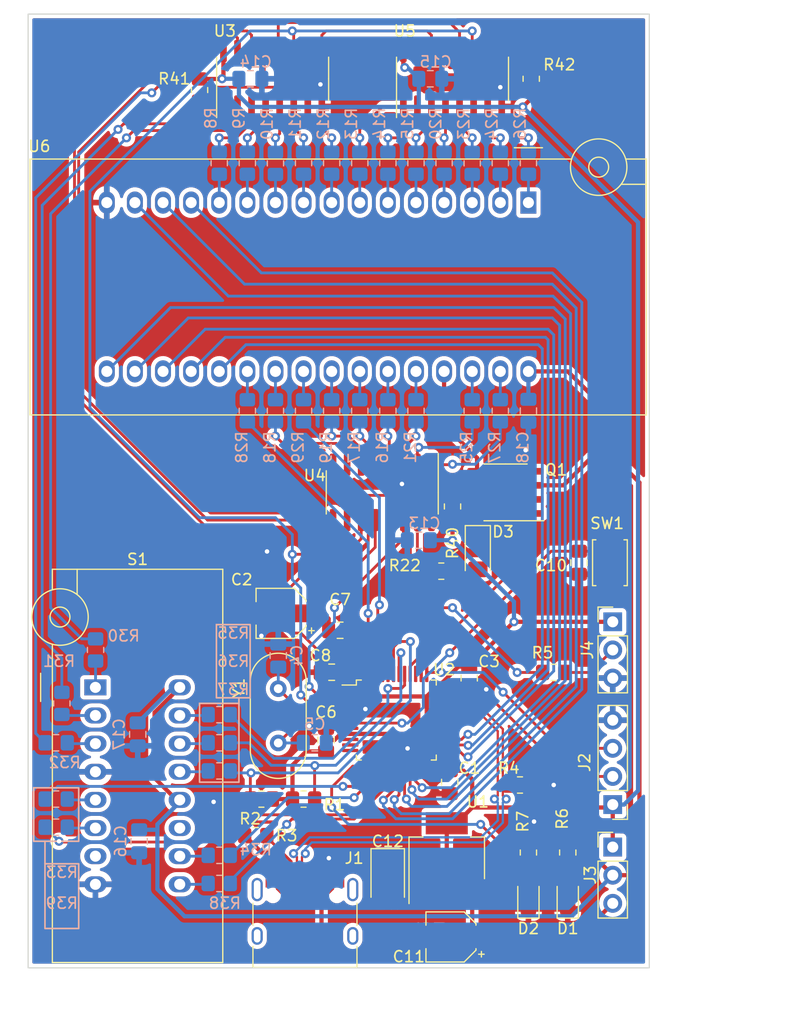
<source format=kicad_pcb>
(kicad_pcb (version 20211014) (generator pcbnew)
  (layers (0 "F.Cu" signal) (31 "B.Cu" signal) (34 "B.Paste" user) (35 "F.Paste" user) (36 "B.SilkS" user "B.Silkscreen") (37 "F.SilkS" user "F.Silkscreen") (38 "B.Mask" user) (39 "F.Mask" user) (44 "Edge.Cuts" user))
  (net 0 "")
  (net 1 "+3.3VA")
  (net 2 "GND")
  (net 3 "HSE_OUT")
  (net 4 "HSE_IN")
  (net 5 "/NRST")
  (net 6 "+5V")
  (net 7 "VBUS")
  (net 8 "Net-(D1-Pad2)")
  (net 9 "Net-(D2-Pad2)")
  (net 10 "A14+VCC_28")
  (net 11 "A14")
  (net 12 "Net-(J1-PadA5)")
  (net 13 "USB_D+")
  (net 14 "USB_D-")
  (net 18 "SWDIO")
  (net 19 "SWCLK")
  (net 20 "SZE")
  (net 21 "SCL")
  (net 22 "SDA")
  (net 23 "/BOOT0")
  (net 24 "LED")
  (net 25 "A0")
  (net 26 "Net-(R8-Pad2)")
  (net 27 "A1")
  (net 28 "Net-(D3-Pad2)")
  (net 29 "A2")
  (net 30 "Net-(U6-Pad11)")
  (net 31 "A3")
  (net 32 "Net-(U6-Pad10)")
  (net 33 "A4")
  (net 34 "Net-(U6-Pad9)")
  (net 35 "A5")
  (net 36 "Net-(U6-Pad8)")
  (net 37 "A6")
  (net 38 "Net-(U6-Pad7)")
  (net 39 "A7")
  (net 40 "Net-(U6-Pad6)")
  (net 41 "A8")
  (net 42 "Net-(U6-Pad5)")
  (net 43 "A9")
  (net 44 "Net-(U6-Pad27)")
  (net 45 "A10")
  (net 46 "Net-(U6-Pad26)")
  (net 47 "A11")
  (net 48 "Net-(U6-Pad23)")
  (net 49 "A12")
  (net 50 "Net-(U6-Pad25)")
  (net 51 "A13+NWE")
  (net 52 "Net-(U6-Pad4)")
  (net 53 "Net-(U6-Pad28)")
  (net 54 "A15")
  (net 55 "Net-(U6-Pad3)")
  (net 56 "A16")
  (net 57 "Net-(U6-Pad2)")
  (net 58 "A17")
  (net 59 "Net-(U6-Pad30)")
  (net 60 "A18")
  (net 61 "Net-(U6-Pad1)")
  (net 62 "A19")
  (net 63 "Net-(U6-Pad31)")
  (net 64 "NCE")
  (net 65 "Net-(U6-Pad22)")
  (net 66 "NOE")
  (net 67 "Net-(R29-Pad2)")
  (net 68 "I2C_A0")
  (net 69 "Net-(R30-Pad2)")
  (net 70 "I2C_A1")
  (net 71 "Net-(R31-Pad2)")
  (net 72 "I2C_A2")
  (net 73 "Net-(R32-Pad2)")
  (net 74 "NSS")
  (net 75 "Net-(R33-Pad2)")
  (net 76 "SCK")
  (net 77 "Net-(R34-Pad2)")
  (net 78 "Net-(R35-Pad1)")
  (net 79 "WP")
  (net 80 "Net-(R36-Pad1)")
  (net 81 "Net-(R37-Pad1)")
  (net 82 "Net-(R38-Pad1)")
  (net 83 "MOSI")
  (net 84 "Net-(R39-Pad1)")
  (net 85 "MISO")
  (net 88 "ADATA")
  (net 89 "ACLK")
  (net 93 "/D0")
  (net 94 "/D1")
  (net 95 "/D2")
  (net 96 "/D3")
  (net 97 "/D4")
  (net 98 "/D5")
  (net 99 "/D6")
  (net 100 "/D7")
  (net 107 "Net-(J4-Pad2)")
  (net 108 "SO1")
  (net 109 "SO2")
  (net 110 "ACT")
  (net 111 "Net-(R40-Pad2)")
  (net 112 "Net-(R41-Pad2)")
  (net 113 "Net-(R42-Pad2)")
  (net 114 "AST")
  (footprint "Resistor_SMD:R_0805_2012Metric_Pad1.20x1.40mm_HandSolder" (layer "F.Cu") (at 213.106 126.238 180)
    (fp_text reference "R4")
    (fp_text value "1k5")
  )
  (footprint "Resistor_SMD:R_0805_2012Metric_Pad1.20x1.40mm_HandSolder" (layer "F.Cu") (at 207.01 101.092 90)
    (fp_text reference "R40")
    (fp_text value "10k")
  )
  (footprint "Capacitor_SMD:C_0805_2012Metric_Pad1.18x1.45mm_HandSolder" (layer "F.Cu") (at 196.85 112.268)
    (fp_text reference "C7")
    (fp_text value "100n")
  )
  (footprint "Resistor_SMD:R_0805_2012Metric_Pad1.20x1.40mm_HandSolder" (layer "F.Cu") (at 184.15 63.5 -90)
    (fp_text reference "R41")
    (fp_text value "10k")
  )
  (footprint "Capacitor_SMD:C_0805_2012Metric_Pad1.18x1.45mm_HandSolder" (layer "F.Cu") (at 218.44 106.172 90)
    (fp_text reference "C10")
    (fp_text value "100n")
  )
  (footprint "Diode_SMD:D_1206_3216Metric_Pad1.42x1.75mm_HandSolder" (layer "F.Cu") (at 209.296 105.283 -90)
    (fp_text reference "D3")
    (fp_text value "SS34")
  )
  (footprint "Resistor_SMD:R_0805_2012Metric_Pad1.20x1.40mm_HandSolder" (layer "F.Cu") (at 193.548 127.508 180)
    (fp_text reference "R1")
    (fp_text value "33k")
  )
  (footprint "Capacitor_SMD:C_0805_2012Metric_Pad1.18x1.45mm_HandSolder" (layer "F.Cu") (at 208.519 116.586 -90)
    (fp_text reference "C3")
    (fp_text value "100n")
  )
  (footprint "Resistor_SMD:R_0805_2012Metric_Pad1.20x1.40mm_HandSolder" (layer "F.Cu") (at 205.994 106.934)
    (fp_text reference "R22")
    (fp_text value "470")
  )
  (footprint "Resistor_SMD:R_0805_2012Metric_Pad1.20x1.40mm_HandSolder" (layer "F.Cu") (at 213.868 132.334 -90)
    (fp_text reference "R7")
    (fp_text value "470")
  )
  (footprint "Crystal:Crystal_HC18-U_Vertical" (layer "F.Cu") (at 191.262 117.5435 -90)
    (fp_text reference "Y1")
    (fp_text value "12M")
  )
  (footprint "Connector_USB:USB_C_Receptacle_HRO_TYPE-C-31-M-12" (layer "F.Cu") (at 193.675 138.811)
    (fp_text reference "J1")
    (fp_text value "USB_C_USB2.0")
  )
  (footprint "Capacitor_Tantalum_SMD:CP_EIA-3528-12_Kemet-T_Pad1.50x2.35mm_HandSolder" (layer "F.Cu") (at 201.154 134.62 -90)
    (fp_text reference "C12")
    (fp_text value "22u")
  )
  (footprint "LED_SMD:LED_0805_2012Metric_Pad1.15x1.40mm_HandSolder" (layer "F.Cu") (at 213.868 136.398 90)
    (fp_text reference "D2")
    (fp_text value "LED")
  )
  (footprint "Resistor_SMD:R_0805_2012Metric_Pad1.20x1.40mm_HandSolder" (layer "F.Cu") (at 214.122 62.484 90)
    (fp_text reference "R42")
    (fp_text value "10k")
  )
  (footprint "Package_SO:SOP-16_3.9x9.9mm_P1.27mm" (layer "F.Cu") (at 190.754 62.484 90)
    (fp_text reference "U3")
    (fp_text value "74HC595")
  )
  (footprint "Package_SO:SO-8_3.9x4.9mm_P1.27mm" (layer "F.Cu") (at 211.801 99.822 180)
    (fp_text reference "Q1")
    (fp_text value "SI4800")
  )
  (footprint "Package_QFP:LQFP-48_7x7mm_P0.5mm" (layer "F.Cu") (at 201.93 120.3745)
    (fp_text reference "U2")
    (fp_text value "STM32F103C8")
  )
  (footprint "Button_Switch_SMD:SW_Push_SPST_NO_Alps_SKRK" (layer "F.Cu") (at 221.234 106.172 90)
    (fp_text reference "SW1")
    (fp_text value "RESET")
  )
  (footprint "Package_SO:SOP-16_3.9x9.9mm_P1.27mm" (layer "F.Cu") (at 200.66 99.822 -90)
    (fp_text reference "U4")
    (fp_text value "74HC595")
  )
  (footprint "Resistor_SMD:R_0805_2012Metric_Pad1.20x1.40mm_HandSolder" (layer "F.Cu") (at 189.738 127.508)
    (fp_text reference "R2")
    (fp_text value "33k")
  )
  (footprint "Capacitor_SMD:C_0805_2012Metric_Pad1.18x1.45mm_HandSolder" (layer "F.Cu") (at 196.088 116.0565 180)
    (fp_text reference "C8")
    (fp_text value "100n")
  )
  (footprint "Socket:DIP_Socket-16_W4.3_W5.08_W7.62_W10.16_W10.9_3M_216-3340-00-0602J" (layer "F.Cu") (at 174.7375 117.424)
    (fp_text reference "S1")
    (fp_text value "MEMSOCKET")
  )
  (footprint "Capacitor_SMD:C_0805_2012Metric_Pad1.18x1.45mm_HandSolder" (layer "F.Cu") (at 195.58 122.174 90)
    (fp_text reference "C6")
    (fp_text value "100n")
  )
  (footprint "Capacitor_SMD:CP_Elec_4x4.5" (layer "F.Cu") (at 206.869 139.954 180)
    (fp_text reference "C11")
    (fp_text value "1u")
  )
  (footprint "LED_SMD:LED_0805_2012Metric_Pad1.15x1.40mm_HandSolder" (layer "F.Cu") (at 217.424 136.398 90)
    (fp_text reference "D1")
    (fp_text value "VBUS OK")
  )
  (footprint "Connector_PinHeader_2.54mm:PinHeader_1x03_P2.54mm_Vertical" (layer "F.Cu") (at 221.488 131.841)
    (fp_text reference "J3")
    (fp_text value "LEVEL")
  )
  (footprint "Connector_PinHeader_2.54mm:PinHeader_1x03_P2.54mm_Vertical" (layer "F.Cu") (at 221.488 111.506)
    (fp_text reference "J4")
    (fp_text value "BOOT0")
  )
  (footprint "Resistor_SMD:R_0805_2012Metric_Pad1.20x1.40mm_HandSolder" (layer "F.Cu") (at 217.424 132.334 -90)
    (fp_text reference "R6")
    (fp_text value "470")
  )
  (footprint "Package_SO:SOP-16_3.9x9.9mm_P1.27mm" (layer "F.Cu") (at 207.01 62.484 90)
    (fp_text reference "U5")
    (fp_text value "74HC595")
  )
  (footprint "Resistor_SMD:R_0805_2012Metric_Pad1.20x1.40mm_HandSolder" (layer "F.Cu") (at 189.23 130.81)
    (fp_text reference "R3")
    (fp_text value "5k1")
  )
  (footprint "Capacitor_SMD:CP_Elec_4x4.5" (layer "F.Cu") (at 191.516 110.744 180)
    (fp_text reference "C2")
    (fp_text value "1u")
  )
  (footprint "Resistor_SMD:R_0805_2012Metric_Pad1.20x1.40mm_HandSolder" (layer "F.Cu") (at 216.154 116.078)
    (fp_text reference "R5")
    (fp_text value "10k")
  )
  (footprint "Socket:DIP_Socket-32_W11.9_W12.7_W15.24_W17.78_W18.5_3M_232-1285-00-0602J" (layer "F.Cu") (at 213.868 73.66 -90)
    (fp_text reference "U6")
    (fp_text value "SST39SF040")
  )
  (footprint "Package_TO_SOT_SMD:SOT-223-3_TabPin2" (layer "F.Cu") (at 206.488 132.842 90)
    (fp_text reference "U1")
    (fp_text value "AMS1117-3.3")
  )
  (footprint "Capacitor_SMD:C_0805_2012Metric_Pad1.18x1.45mm_HandSolder" (layer "F.Cu") (at 206.756 125.984 -90)
    (fp_text reference "C1")
    (fp_text value "100n")
  )
  (footprint "Connector_PinHeader_2.54mm:PinHeader_1x04_P2.54mm_Vertical" (layer "F.Cu") (at 221.488 128.006 180)
    (fp_text reference "J2")
    (fp_text value "SWD")
  )
  (footprint "Resistor_SMD:R_0805_2012Metric_Pad1.20x1.40mm_HandSolder" (layer "B.Cu") (at 185.928 124.968)
    (fp_text reference "R37")
    (fp_text value "470")
  )
  (footprint "Capacitor_SMD:C_0805_2012Metric_Pad1.18x1.45mm_HandSolder" (layer "B.Cu") (at 188.7435 62.484)
    (fp_text reference "C14")
    (fp_text value "100n")
  )
  (footprint "Resistor_SMD:R_0805_2012Metric_Pad1.20x1.40mm_HandSolder" (layer "B.Cu") (at 206.248 70.104 -90)
    (fp_text reference "R20")
    (fp_text value "470")
  )
  (footprint "Capacitor_SMD:C_0805_2012Metric_Pad1.18x1.45mm_HandSolder" (layer "B.Cu") (at 178.689 131.318 -90)
    (fp_text reference "C16")
    (fp_text value "100n")
  )
  (footprint "Resistor_SMD:R_0805_2012Metric_Pad1.20x1.40mm_HandSolder" (layer "B.Cu") (at 208.788 92.456 90)
    (fp_text reference "R25")
    (fp_text value "470")
  )
  (footprint "Resistor_SMD:R_0805_2012Metric_Pad1.20x1.40mm_HandSolder" (layer "B.Cu") (at 185.928 122.428)
    (fp_text reference "R36")
    (fp_text value "470")
  )
  (footprint "Resistor_SMD:R_0805_2012Metric_Pad1.20x1.40mm_HandSolder" (layer "B.Cu") (at 185.928 119.888)
    (fp_text reference "R35")
    (fp_text value "470")
  )
  (footprint "Resistor_SMD:R_0805_2012Metric_Pad1.20x1.40mm_HandSolder" (layer "B.Cu") (at 196.088 92.456 90)
    (fp_text reference "R19")
    (fp_text value "470")
  )
  (footprint "Capacitor_SMD:C_0805_2012Metric_Pad1.18x1.45mm_HandSolder" (layer "B.Cu") (at 194.564 122.428 180)
    (fp_text reference "C5")
    (fp_text value "22p")
  )
  (footprint "Resistor_SMD:R_0805_2012Metric_Pad1.20x1.40mm_HandSolder" (layer "B.Cu") (at 201.168 70.104 -90)
    (fp_text reference "R14")
    (fp_text value "470")
  )
  (footprint "Resistor_SMD:R_0805_2012Metric_Pad1.20x1.40mm_HandSolder" (layer "B.Cu") (at 171.196 130.048 180)
    (fp_text reference "R39")
    (fp_text value "470")
  )
  (footprint "Resistor_SMD:R_0805_2012Metric_Pad1.20x1.40mm_HandSolder" (layer "B.Cu") (at 198.628 70.104 -90)
    (fp_text reference "R13")
    (fp_text value "470")
  )
  (footprint "Resistor_SMD:R_0805_2012Metric_Pad1.20x1.40mm_HandSolder" (layer "B.Cu") (at 188.468 70.104 -90)
    (fp_text reference "R9")
    (fp_text value "470")
  )
  (footprint "Resistor_SMD:R_0805_2012Metric_Pad1.20x1.40mm_HandSolder" (layer "B.Cu") (at 203.708 92.456 90)
    (fp_text reference "R21")
    (fp_text value "470")
  )
  (footprint "Resistor_SMD:R_0805_2012Metric_Pad1.20x1.40mm_HandSolder" (layer "B.Cu") (at 196.088 70.104 -90)
    (fp_text reference "R12")
    (fp_text value "470")
  )
  (footprint "Capacitor_SMD:C_0805_2012Metric_Pad1.18x1.45mm_HandSolder" (layer "B.Cu") (at 203.962 104.14 180)
    (fp_text reference "C13")
    (fp_text value "100n")
  )
  (footprint "Resistor_SMD:R_0805_2012Metric_Pad1.20x1.40mm_HandSolder" (layer "B.Cu") (at 188.468 92.456 90)
    (fp_text reference "R28")
    (fp_text value "470")
  )
  (footprint "Resistor_SMD:R_0805_2012Metric_Pad1.20x1.40mm_HandSolder" (layer "B.Cu") (at 171.196 122.428)
    (fp_text reference "R32")
    (fp_text value "470")
  )
  (footprint "Capacitor_SMD:C_0805_2012Metric_Pad1.18x1.45mm_HandSolder" (layer "B.Cu") (at 178.562 121.666 -90)
    (fp_text reference "C17")
    (fp_text value "100n")
  )
  (footprint "Resistor_SMD:R_0805_2012Metric_Pad1.20x1.40mm_HandSolder" (layer "B.Cu") (at 193.548 92.456 90)
    (fp_text reference "R29")
    (fp_text value "470")
  )
  (footprint "Resistor_SMD:R_0805_2012Metric_Pad1.20x1.40mm_HandSolder" (layer "B.Cu") (at 203.708 70.104 -90)
    (fp_text reference "R15")
    (fp_text value "470")
  )
  (footprint "Resistor_SMD:R_0805_2012Metric_Pad1.20x1.40mm_HandSolder" (layer "B.Cu") (at 193.548 70.104 -90)
    (fp_text reference "R11")
    (fp_text value "470")
  )
  (footprint "Resistor_SMD:R_0805_2012Metric_Pad1.20x1.40mm_HandSolder" (layer "B.Cu") (at 191.008 70.12 -90)
    (fp_text reference "R10")
    (fp_text value "470")
  )
  (footprint "Resistor_SMD:R_0805_2012Metric_Pad1.20x1.40mm_HandSolder" (layer "B.Cu") (at 185.928 132.588 180)
    (fp_text reference "R34")
    (fp_text value "470")
  )
  (footprint "Resistor_SMD:R_0805_2012Metric_Pad1.20x1.40mm_HandSolder" (layer "B.Cu") (at 191.008 92.456 90)
    (fp_text reference "R18")
    (fp_text value "470")
  )
  (footprint "Resistor_SMD:R_0805_2012Metric_Pad1.20x1.40mm_HandSolder" (layer "B.Cu") (at 211.328 92.456 90)
    (fp_text reference "R27")
    (fp_text value "470")
  )
  (footprint "Resistor_SMD:R_0805_2012Metric_Pad1.20x1.40mm_HandSolder" (layer "B.Cu") (at 174.752 114.046 -90)
    (fp_text reference "R30")
    (fp_text value "470")
  )
  (footprint "Capacitor_SMD:C_0805_2012Metric_Pad1.18x1.45mm_HandSolder" (layer "B.Cu") (at 204.9995 62.484)
    (fp_text reference "C15")
    (fp_text value "100n")
  )
  (footprint "Resistor_SMD:R_0805_2012Metric_Pad1.20x1.40mm_HandSolder" (layer "B.Cu") (at 185.928 70.104 -90)
    (fp_text reference "R8")
    (fp_text value "470")
  )
  (footprint "Resistor_SMD:R_0805_2012Metric_Pad1.20x1.40mm_HandSolder" (layer "B.Cu") (at 171.704 118.872 -90)
    (fp_text reference "R31")
    (fp_text value "470")
  )
  (footprint "Capacitor_SMD:C_0805_2012Metric_Pad1.18x1.45mm_HandSolder" (layer "B.Cu") (at 213.868 92.456 -90)
    (fp_text reference "C18")
    (fp_text value "100n")
  )
  (footprint "Resistor_SMD:R_0805_2012Metric_Pad1.20x1.40mm_HandSolder" (layer "B.Cu") (at 198.628 92.456 90)
    (fp_text reference "R17")
    (fp_text value "470")
  )
  (footprint "Resistor_SMD:R_0805_2012Metric_Pad1.20x1.40mm_HandSolder" (layer "B.Cu") (at 208.788 70.12 -90)
    (fp_text reference "R23")
    (fp_text value "470")
  )
  (footprint "Resistor_SMD:R_0805_2012Metric_Pad1.20x1.40mm_HandSolder" (layer "B.Cu") (at 171.196 127.508)
    (fp_text reference "R33")
    (fp_text value "470")
  )
  (footprint "Capacitor_SMD:C_0805_2012Metric_Pad1.18x1.45mm_HandSolder" (layer "B.Cu") (at 191.262 114.554 90)
    (fp_text reference "C4")
    (fp_text value "22p")
  )
  (footprint "Resistor_SMD:R_0805_2012Metric_Pad1.20x1.40mm_HandSolder" (layer "B.Cu") (at 201.168 92.456 90)
    (fp_text reference "R16")
    (fp_text value "470")
  )
  (footprint "Resistor_SMD:R_0805_2012Metric_Pad1.20x1.40mm_HandSolder" (layer "B.Cu") (at 213.868 70.104 -90)
    (fp_text reference "R26")
    (fp_text value "470")
  )
  (footprint "Resistor_SMD:R_0805_2012Metric_Pad1.20x1.40mm_HandSolder" (layer "B.Cu") (at 211.328 70.104 -90)
    (fp_text reference "R24")
    (fp_text value "470")
  )
  (footprint "Resistor_SMD:R_0805_2012Metric_Pad1.20x1.40mm_HandSolder" (layer "B.Cu") (at 185.928 135.128)
    (fp_text reference "R38")
    (fp_text value "470")
  )
  (gr_line (start 187.706 118.872) (end 187.706 118.364) (layer "B.SilkS") (width 0.15))
  (gr_rect (start 170.18 133.35) (end 173.228 139.192) (layer "B.SilkS") (width 0.15) (fill none))
  (gr_rect (start 169.164 126.492) (end 173.228 131.318) (layer "B.SilkS") (width 0.15) (fill none))
  (gr_rect (start 185.674 111.76) (end 188.722 118.364) (layer "B.SilkS") (width 0.15) (fill none))
  (gr_rect (start 184.15 118.872) (end 187.706 125.984) (layer "B.SilkS") (width 0.15) (fill none))
  (gr_line (start 170.18 133.35) (end 170.18 131.318) (layer "B.SilkS") (width 0.15))
  (gr_rect (start 168.656 142.748) (end 224.79 56.642) (layer "Edge.Cuts") (width 0.1) (fill none))
  (segment (start 207.546559 115.5485) (end 208.519 115.5485) (width 0.381) (layer "F.Cu") (net 1))
  (segment (start 204.68 124.537) (end 204.68 121.622) (width 0.381) (layer "F.Cu") (net 1))
  (segment (start 192.548 127.508) (end 192.548 124.444) (width 0.381) (layer "F.Cu") (net 1))
  (segment (start 205.105 102.322) (end 206.78 102.322) (width 0.381) (layer "F.Cu") (net 1))
  (segment (start 195.8125 111.2305) (end 195.8125 112.268) (width 0.381) (layer "F.Cu") (net 1))
  (segment (start 208.519 115.5485) (end 212.5615 111.506) (width 0.381) (layer "F.Cu") (net 1))
  (segment (start 204.68 121.622) (end 204.68 118.2451) (width 0.381) (layer "F.Cu") (net 1))
  (segment (start 195.326 110.744) (end 195.8125 111.2305) (width 0.381) (layer "F.Cu") (net 1))
  (segment (start 195.58 122.428) (end 195.834 122.174) (width 0.381) (layer "F.Cu") (net 1))
  (segment (start 221.224 128.27) (end 214.122 128.27) (width 0.381) (layer "F.Cu") (net 1))
  (segment (start 205.3006 117.6245) (end 206.0925 117.6245) (width 0.381) (layer "F.Cu") (net 1))
  (segment (start 195.58 123.2115) (end 195.58 122.428) (width 0.381) (layer "F.Cu") (net 1))
  (segment (start 184.15 62.5) (end 186.166 62.5) (width 0.381) (layer "F.Cu") (net 1))
  (segment (start 199.18 115.614) (end 195.834 112.268) (width 0.381) (layer "F.Cu") (net 1))
  (segment (start 206.0925 117.6245) (end 206.0925 116.9955) (width 0.381) (layer "F.Cu") (net 1))
  (segment (start 197.7675 117.6245) (end 197.7675 116.6985) (width 0.381) (layer "F.Cu") (net 1))
  (segment (start 198.6055 117.6245) (end 198.882 117.348) (width 0.381) (layer "F.Cu") (net 1))
  (segment (start 197.7675 121.6245) (end 204.6775 121.6245) (width 0.381) (layer "F.Cu") (net 1))
  (segment (start 207.01 102.092) (end 207.01 104.14) (width 0.381) (layer "F.Cu") (net 1))
  (segment (start 190.738 127.508) (end 192.548 127.508) (width 0.381) (layer "F.Cu") (net 1))
  (segment (start 204.68 118.2451) (end 205.3006 117.6245) (width 0.381) (layer "F.Cu") (net 1))
  (segment (start 206.502 124.9465) (end 205.0895 124.9465) (width 0.381) (layer "F.Cu") (net 1))
  (segment (start 192.548 124.444) (end 193.7805 123.2115) (width 0.381) (layer "F.Cu") (net 1))
  (segment (start 199.18 117.05) (end 199.18 116.212) (width 0.381) (layer "F.Cu") (net 1))
  (segment (start 206.488 135.992) (end 206.488 129.692) (width 0.381) (layer "F.Cu") (net 1))
  (segment (start 202.565 61.341) (end 202.692 61.468) (width 0.381) (layer "F.Cu") (net 1))
  (segment (start 198.882 117.348) (end 199.18 117.05) (width 0.381) (layer "F.Cu") (net 1))
  (segment (start 206.0925 117.6245) (end 206.443 117.6245) (width 0.381) (layer "F.Cu") (net 1))
  (segment (start 221.488 131.841) (end 221.488 128.006) (width 0.381) (layer "F.Cu") (net 1))
  (segment (start 196.8915 121.6245) (end 197.7675 121.6245) (width 0.381) (layer "F.Cu") (net 1))
  (segment (start 193.316 110.744) (end 195.326 110.744) (width 0.381) (layer "F.Cu") (net 1))
  (segment (start 204.68 118.2451) (end 199.7791 118.2451) (width 0.381) (layer "F.Cu") (net 1))
  (segment (start 212.5615 111.506) (end 221.488 111.506) (width 0.381) (layer "F.Cu") (net 1))
  (segment (start 195.834 122.174) (end 196.342 122.174) (width 0.381) (layer "F.Cu") (net 1))
  (segment (start 202.565 59.984) (end 202.565 61.341) (width 0.381) (layer "F.Cu") (net 1))
  (segment (start 205.0895 124.9465) (end 204.68 124.537) (width 0.381) (layer "F.Cu") (net 1))
  (segment (start 214.106 128.254) (end 214.122 128.27) (width 0.381) (layer "F.Cu") (net 1))
  (segment (start 206.099559 116.9955) (end 207.546559 115.5485) (width 0.381) (layer "F.Cu") (net 1))
  (segment (start 214.122 64.262) (end 213.36 65.024) (width 0.381) (layer "F.Cu") (net 1))
  (segment (start 206.502 124.9465) (end 208.0045 124.9465) (width 0.381) (layer "F.Cu") (net 1))
  (segment (start 197.7675 117.6245) (end 198.6055 117.6245) (width 0.381) (layer "F.Cu") (net 1))
  (segment (start 196.342 122.174) (end 196.8915 121.6245) (width 0.381) (layer "F.Cu") (net 1))
  (segment (start 204.6775 121.6245) (end 204.68 121.622) (width 0.381) (layer "F.Cu") (net 1))
  (segment (start 214.122 128.27) (end 208.788 128.27) (width 0.381) (layer "F.Cu") (net 1))
  (segment (start 199.7791 118.2451) (end 198.882 117.348) (width 0.381) (layer "F.Cu") (net 1))
  (segment (start 214.122 63.484) (end 214.122 64.262) (width 0.381) (layer "F.Cu") (net 1))
  (segment (start 186.166 62.5) (end 186.182 62.484) (width 0.381) (layer "F.Cu") (net 1))
  (segment (start 208.788 125.73) (end 208.788 128.27) (width 0.381) (layer "F.Cu") (net 1))
  (segment (start 214.106 126.238) (end 214.106 128.254) (width 0.381) (layer "F.Cu") (net 1))
  (segment (start 197.7675 116.6985) (end 197.1255 116.0565) (width 0.381) (layer "F.Cu") (net 1))
  (segment (start 206.0925 116.9955) (end 206.099559 116.9955) (width 0.381) (layer "F.Cu") (net 1))
  (segment (start 208.788 128.27) (end 207.366 129.692) (width 0.381) (layer "F.Cu") (net 1))
  (segment (start 201.154 132.995) (end 206.462 132.995) (width 0.381) (layer "F.Cu") (net 1))
  (segment (start 193.7805 123.2115) (end 195.58 123.2115) (width 0.381) (layer "F.Cu") (net 1))
  (segment (start 186.309 62.357) (end 186.182 62.484) (width 0.381) (layer "F.Cu") (net 1))
  (segment (start 186.309 59.984) (end 186.309 62.357) (width 0.381) (layer "F.Cu") (net 1))
  (segment (start 199.18 116.212) (end 199.18 115.614) (width 0.381) (layer "F.Cu") (net 1))
  (segment (start 208.0045 124.9465) (end 208.788 125.73) (width 0.381) (layer "F.Cu") (net 1))
  (via (at 213.36 65.024) (size 0.8128) (drill 0.4064) (layers "F.Cu" "B.Cu") (net 1))
  (via (at 202.692 61.468) (size 0.8128) (drill 0.4064) (layers "F.Cu" "B.Cu") (net 1))
  (via (at 207.01 104.14) (size 0.8128) (drill 0.4064) (layers "F.Cu" "B.Cu") (net 1))
  (via (at 186.182 62.484) (size 0.8128) (drill 0.4064) (layers "F.Cu" "B.Cu") (net 1))
  (via (at 212.5615 111.506) (size 0.8128) (drill 0.4064) (layers "F.Cu" "B.Cu") (net 1))
  (segment (start 188.722 65.024) (end 187.706 64.008) (width 0.381) (layer "B.Cu") (net 1))
  (segment (start 221.488 128.006) (end 222.514 128.006) (width 0.381) (layer "B.Cu") (net 1))
  (segment (start 202.692 61.468) (end 202.946 61.468) (width 0.381) (layer "B.Cu") (net 1))
  (segment (start 202.946 61.468) (end 203.962 62.484) (width 0.381) (layer "B.Cu") (net 1))
  (segment (start 204.9995 104.14) (end 207.01 104.14) (width 0.381) (layer "B.Cu") (net 1))
  (segment (start 203.962 62.484) (end 203.962 65.024) (width 0.381) (layer "B.Cu") (net 1))
  (segment (start 203.962 65.024) (end 188.722 65.024) (width 0.381) (layer "B.Cu") (net 1))
  (segment (start 187.706 64.008) (end 187.706 62.484) (width 0.381) (layer "B.Cu") (net 1))
  (segment (start 223.774 126.746) (end 223.774 75.438) (width 0.381) (layer "B.Cu") (net 1))
  (segment (start 187.706 62.484) (end 186.182 62.484) (width 0.381) (layer "B.Cu") (net 1))
  (segment (start 222.514 128.006) (end 223.774 126.746) (width 0.381) (layer "B.Cu") (net 1))
  (segment (start 223.774 75.438) (end 213.36 65.024) (width 0.381) (layer "B.Cu") (net 1))
  (segment (start 213.36 65.024) (end 203.962 65.024) (width 0.381) (layer "B.Cu") (net 1))
  (segment (start 212.5615 109.6915) (end 212.5615 111.506) (width 0.381) (layer "B.Cu") (net 1))
  (segment (start 207.01 104.14) (end 212.5615 109.6915) (width 0.381) (layer "B.Cu") (net 1))
  (segment (start 206.502 127.0215) (end 205.8726 127.0215) (width 0.381) (layer "F.Cu") (net 2))
  (segment (start 208.519 117.6235) (end 208.2585 117.6235) (width 0.381) (layer "F.Cu") (net 2))
  (segment (start 199.68752 115.403778) (end 199.68752 116.212) (width 0.381) (layer "F.Cu") (net 2))
  (segment (start 207.74998 118.13202) (end 206.0925 118.13202) (width 0.381) (layer "F.Cu") (net 2))
  (segment (start 205.8726 127.0215) (end 204.17248 125.32138) (width 0.381) (layer "F.Cu") (net 2))
  (segment (start 204.188 139.073) (end 205.069 139.954) (width 0.381) (layer "F.Cu") (net 2))
  (segment (start 204.17248 125.32138) (end 204.17248 124.537) (width 0.381) (layer "F.Cu") (net 2))
  (segment (start 197.8875 113.603758) (end 199.68752 115.403778) (width 0.381) (layer "F.Cu") (net 2))
  (segment (start 208.2585 117.6235) (end 207.74998 118.13202) (width 0.381) (layer "F.Cu") (net 2))
  (segment (start 197.8875 112.268) (end 197.8875 113.603758) (width 0.381) (layer "F.Cu") (net 2))
  (segment (start 204.188 135.992) (end 204.188 139.073) (width 0.381) (layer "F.Cu") (net 2))
  (segment (start 195.59952 121.11698) (end 197.7675 121.11698) (width 0.381) (layer "F.Cu") (net 2))
  (via (at 214.376 129.54) (size 0.8128) (drill 0.4064) (layers "F.Cu" "B.Cu") (net 2))
  (via (at 194.056 120.904) (size 0.8128) (drill 0.4064) (layers "F.Cu" "B.Cu") (net 2))
  (via (at 213.614 96.012) (size 0.8128) (drill 0.4064) (layers "F.Cu" "B.Cu") (net 2))
  (via (at 195.072 62.992) (size 0.8128) (drill 0.4064) (layers "F.Cu" "B.Cu") (net 2))
  (via (at 211.328 63.246) (size 0.8128) (drill 0.4064) (layers "F.Cu" "B.Cu") (net 2))
  (via (at 202.946 122.936) (size 0.8128) (drill 0.4064) (layers "F.Cu" "B.Cu") (net 2))
  (via (at 195.834 132.842) (size 0.8128) (drill 0.4064) (layers "F.Cu" "B.Cu") (net 2))
  (via (at 189.738 112.776) (size 0.8128) (drill 0.4064) (layers "F.Cu" "B.Cu") (net 2))
  (via (at 210.058 117.602) (size 0.8128) (drill 0.4064) (layers "F.Cu" "B.Cu") (net 2))
  (via (at 190.246 105.156) (size 0.8128) (drill 0.4064) (layers "F.Cu" "B.Cu") (net 2))
  (via (at 202.438 99.06) (size 0.8128) (drill 0.4064) (layers "F.Cu" "B.Cu") (net 2))
  (via (at 216.154 126.238) (size 0.8128) (drill 0.4064) (layers "F.Cu" "B.Cu") (net 2))
  (via (at 185.42 127.762) (size 0.8128) (drill 0.4064) (layers "F.Cu" "B.Cu") (net 2))
  (via (at 199.136 119.38) (size 0.8128) (drill 0.4064) (layers "F.Cu" "B.Cu") (net 2))
  (segment (start 193.343 119.6245) (end 191.262 117.5435) (width 0.254) (layer "F.Cu") (net 3))
  (segment (start 197.7675 119.6245) (end 193.343 119.6245) (width 0.254) (layer "F.Cu") (net 3))
  (segment (start 191.262 117.5435) (end 191.262 115.5915) (width 0.254) (layer "B.Cu") (net 3))
  (segment (start 197.7675 120.1245) (end 193.581 120.1245) (width 0.254) (layer "F.Cu") (net 4))
  (segment (start 193.581 120.1245) (end 191.262 122.4435) (width 0.254) (layer "F.Cu") (net 4))
  (segment (start 191.262 122.4435) (end 193.3625 122.4435) (width 0.254) (layer "B.Cu") (net 4))
  (segment (start 202.438 120.65) (end 197.793 120.65) (width 0.254) (layer "F.Cu") (net 5))
  (segment (start 218.44 105.1345) (end 220.4255 105.1345) (width 0.254) (layer "F.Cu") (net 5))
  (segment (start 218.44 105.1345) (end 215.9215 105.1345) (width 0.254) (layer "F.Cu") (net 5))
  (segment (start 220.4255 105.1345) (end 221.488 104.072) (width 0.254) (layer "F.Cu") (net 5))
  (segment (start 215.9215 105.1345) (end 206.756 114.3) (width 0.254) (layer "F.Cu") (net 5))
  (via (at 202.438 120.65) (size 0.8128) (drill 0.4064) (layers "F.Cu" "B.Cu") (net 5))
  (via (at 206.756 114.3) (size 0.8128) (drill 0.4064) (layers "F.Cu" "B.Cu") (net 5))
  (segment (start 204.367911 119.241845) (end 202.959756 120.65) (width 0.254) (layer "B.Cu") (net 5))
  (segment (start 206.756 114.3) (end 204.367911 116.688089) (width 0.254) (layer "B.Cu") (net 5))
  (segment (start 204.367911 116.688089) (end 204.367911 119.241845) (width 0.254) (layer "B.Cu") (net 5))
  (segment (start 202.959756 120.65) (end 202.438 120.65) (width 0.254) (layer "B.Cu") (net 5))
  (segment (start 208.788 139.835) (end 208.788 135.992) (width 0.381) (layer "F.Cu") (net 6))
  (segment (start 189.754 132.334) (end 190.5 132.334) (width 0.381) (layer "F.Cu") (net 6))
  (segment (start 191.225 134.766) (end 191.225 133.059) (width 0.381) (layer "F.Cu") (net 6))
  (segment (start 190.5 132.334) (end 191.225 133.059) (width 0.381) (layer "F.Cu") (net 6))
  (segment (start 191.225 134.766) (end 191.225 135.563439) (width 0.381) (layer "F.Cu") (net 6))
  (segment (start 195.170188 139.671188) (end 195.170188 136.518251) (width 0.381) (layer "F.Cu") (net 6))
  (segment (start 196.125 135.563439) (end 196.125 134.766) (width 0.381) (layer "F.Cu") (net 6))
  (segment (start 208.302 139.954) (end 206.651 141.605) (width 0.381) (layer "F.Cu") (net 6))
  (segment (start 218.455 139.954) (end 221.488 136.921) (width 0.381) (layer "F.Cu") (net 6))
  (segment (start 197.104 141.605) (end 195.170188 139.671188) (width 0.381) (layer "F.Cu") (net 6))
  (segment (start 191.225 135.563439) (end 192.179812 136.518251) (width 0.381) (layer "F.Cu") (net 6))
  (segment (start 206.651 141.605) (end 197.104 141.605) (width 0.381) (layer "F.Cu") (net 6))
  (segment (start 195.170188 136.518251) (end 196.125 135.563439) (width 0.381) (layer "F.Cu") (net 6))
  (segment (start 188.23 130.81) (end 189.754 132.334) (width 0.381) (layer "F.Cu") (net 6))
  (segment (start 208.302 139.954) (end 218.455 139.954) (width 0.381) (layer "F.Cu") (net 6))
  (segment (start 192.179812 136.518251) (end 195.170188 136.518251) (width 0.381) (layer "F.Cu") (net 6))
  (segment (start 217.424 131.334) (end 218.441 131.334) (width 0.381) (layer "F.Cu") (net 7))
  (segment (start 214.376 99.187) (end 217.043 99.187) (width 0.381) (layer "F.Cu") (net 7))
  (segment (start 220.599 95.631) (end 223.901 98.933) (width 0.381) (layer "F.Cu") (net 7))
  (segment (start 214.376 101.727) (end 214.376 99.187) (width 0.381) (layer "F.Cu") (net 7))
  (segment (start 180.086 119.6955) (end 182.3575 117.424) (width 0.381) (layer "F.Cu") (net 7))
  (segment (start 218.441 131.334) (end 221.488 134.381) (width 0.381) (layer "F.Cu") (net 7))
  (segment (start 217.424 88.9) (end 220.599 92.075) (width 0.381) (layer "F.Cu") (net 7))
  (segment (start 220.599 92.075) (end 220.599 95.631) (width 0.381) (layer "F.Cu") (net 7))
  (segment (start 223.901 133.477) (end 222.997 134.381) (width 0.381) (layer "F.Cu") (net 7))
  (segment (start 217.043 99.187) (end 220.599 95.631) (width 0.381) (layer "F.Cu") (net 7))
  (segment (start 222.997 134.381) (end 221.488 134.381) (width 0.381) (layer "F.Cu") (net 7))
  (segment (start 180.086 125.603) (end 180.086 119.6955) (width 0.381) (layer "F.Cu") (net 7))
  (segment (start 223.901 98.933) (end 223.901 133.477) (width 0.381) (layer "F.Cu") (net 7))
  (segment (start 213.868 88.9) (end 217.424 88.9) (width 0.381) (layer "F.Cu") (net 7))
  (segment (start 182.067 127.584) (end 180.086 125.603) (width 0.381) (layer "F.Cu") (net 7))
  (segment (start 178.689 130.2805) (end 180.3185 130.2805) (width 0.381) (layer "B.Cu") (net 7))
  (segment (start 180.34 135.636) (end 182.792011 138.088011) (width 0.381) (layer "B.Cu") (net 7))
  (segment (start 180.34 129.794) (end 180.34 130.302) (width 0.381) (layer "B.Cu") (net 7))
  (segment (start 213.868 91.4185) (end 213.868 88.9) (width 0.381) (layer "B.Cu") (net 7))
  (segment (start 180.34 130.302) (end 180.34 135.636) (width 0.381) (layer "B.Cu") (net 7))
  (segment (start 182.792011 138.088011) (end 217.780989 138.088011) (width 0.381) (layer "B.Cu") (net 7))
  (segment (start 217.780989 138.088011) (end 221.488 134.381) (width 0.381) (layer "B.Cu") (net 7))
  (segment (start 180.3185 130.2805) (end 180.34 130.302) (width 0.381) (layer "B.Cu") (net 7))
  (segment (start 181.7665 117.424) (end 178.562 120.6285) (width 0.381) (layer "B.Cu") (net 7))
  (segment (start 182.3575 127.7765) (end 180.34 129.794) (width 0.381) (layer "B.Cu") (net 7))
  (segment (start 217.424 135.373) (end 217.424 133.334) (width 0.254) (layer "F.Cu") (net 8))
  (segment (start 213.868 135.373) (end 213.868 133.334) (width 0.254) (layer "F.Cu") (net 9))
  (segment (start 209.296 103.7955) (end 209.296 97.987) (width 0.381) (layer "F.Cu") (net 10))
  (segment (start 209.226 97.917) (end 209.226 96.704) (width 0.381) (layer "F.Cu") (net 10))
  (segment (start 209.226 96.704) (end 206.248 93.726) (width 0.381) (layer "F.Cu") (net 10))
  (segment (start 206.248 93.726) (end 206.248 88.9) (width 0.381) (layer "F.Cu") (net 10))
  (segment (start 203.835 105.775) (end 204.994 106.934) (width 0.254) (layer "F.Cu") (net 11))
  (segment (start 203.835 102.322) (end 203.835 105.775) (width 0.254) (layer "F.Cu") (net 11))
  (segment (start 192.425 134.766) (end 192.425 133.14363) (width 0.254) (layer "F.Cu") (net 12))
  (segment (start 192.425 134.766) (end 192.425 135.745) (width 0.254) (layer "F.Cu") (net 12))
  (segment (start 192.425 135.745) (end 192.754231 136.074231) (width 0.254) (layer "F.Cu") (net 12))
  (segment (start 194.887769 136.074231) (end 195.425 135.537) (width 0.254) (layer "F.Cu") (net 12))
  (segment (start 192.754231 136.074231) (end 194.887769 136.074231) (width 0.254) (layer "F.Cu") (net 12))
  (segment (start 192.425 133.14363) (end 190.23 130.94863) (width 0.254) (layer "F.Cu") (net 12))
  (segment (start 195.425 135.537) (end 195.425 134.766) (width 0.254) (layer "F.Cu") (net 12))
  (segment (start 193.425 133.678499) (end 193.4036 133.657099) (width 0.2032) (layer "F.Cu") (net 13))
  (segment (start 193.403601 132.731773) (end 193.7084 132.426974) (width 0.2032) (layer "F.Cu") (net 13))
  (segment (start 193.5318 133.731) (end 194.3182 133.731) (width 0.2032) (layer "F.Cu") (net 13))
  (segment (start 194.3182 133.731) (end 194.425 133.8378) (width 0.2032) (layer "F.Cu") (net 13))
  (segment (start 193.425 134.766) (end 193.425 133.678499) (width 0.2032) (layer "F.Cu") (net 13))
  (segment (start 211.8614 127.508) (end 211.556601 127.203201) (width 0.2032) (layer "F.Cu") (net 13))
  (segment (start 209.512189 119.145899) (end 206.113899 119.145899) (width 0.2032) (layer "F.Cu") (net 13))
  (segment (start 211.556601 127.203201) (end 211.556601 121.190311) (width 0.2032) (layer "F.Cu") (net 13))
  (segment (start 211.556601 121.190311) (end 209.512189 119.145899) (width 0.2032) (layer "F.Cu") (net 13))
  (segment (start 193.4036 133.657099) (end 193.403601 132.731773) (width 0.2032) (layer "F.Cu") (net 13))
  (segment (start 194.425 133.8378) (end 194.425 134.766) (width 0.2032) (layer "F.Cu") (net 13))
  (via (at 193.7084 132.426974) (size 0.8128) (drill 0.4064) (layers "F.Cu" "B.Cu") (net 13))
  (via (at 211.8614 127.508) (size 0.8128) (drill 0.4064) (layers "F.Cu" "B.Cu") (net 13))
  (segment (start 209.77169 131.4196) (end 211.556601 129.634689) (width 0.2032) (layer "B.Cu") (net 13))
  (segment (start 194.295553 131.4196) (end 209.77169 131.4196) (width 0.2032) (layer "B.Cu") (net 13))
  (segment (start 211.556601 127.812799) (end 211.8614 127.508) (width 0.2032) (layer "B.Cu") (net 13))
  (segment (start 193.7084 132.426974) (end 193.7084 132.006753) (width 0.2032) (layer "B.Cu") (net 13))
  (segment (start 211.556601 129.634689) (end 211.556601 127.812799) (width 0.2032) (layer "B.Cu") (net 13))
  (segment (start 193.7084 132.006753) (end 194.295553 131.4196) (width 0.2032) (layer "B.Cu") (net 13))
  (segment (start 192.946399 132.731773) (end 192.6416 132.426974) (width 0.2032) (layer "F.Cu") (net 14))
  (segment (start 192.925 133.678499) (end 192.9464 133.657099) (width 0.2032) (layer "F.Cu") (net 14))
  (segment (start 193.803111 135.719111) (end 193.046889 135.719111) (width 0.2032) (layer "F.Cu") (net 14))
  (segment (start 211.099399 127.203201) (end 211.099399 121.379689) (width 0.2032) (layer "F.Cu") (net 14))
  (segment (start 211.099399 121.379689) (end 209.322811 119.603101) (width 0.2032) (layer "F.Cu") (net 14))
  (segment (start 193.925 134.766) (end 193.925 135.597222) (width 0.2032) (layer "F.Cu") (net 14))
  (segment (start 192.9464 133.657099) (end 192.946399 132.731773) (width 0.2032) (layer "F.Cu") (net 14))
  (segment (start 209.322811 119.603101) (end 206.113899 119.603101) (width 0.2032) (layer "F.Cu") (net 14))
  (segment (start 210.7946 127.508) (end 211.099399 127.203201) (width 0.2032) (layer "F.Cu") (net 14))
  (segment (start 192.925 135.597222) (end 192.925 134.766) (width 0.2032) (layer "F.Cu") (net 14))
  (segment (start 193.925 135.597222) (end 193.803111 135.719111) (width 0.2032) (layer "F.Cu") (net 14))
  (segment (start 192.925 134.766) (end 192.925 133.678499) (width 0.2032) (layer "F.Cu") (net 14))
  (segment (start 193.046889 135.719111) (end 192.925 135.597222) (width 0.2032) (layer "F.Cu") (net 14))
  (via (at 192.6416 132.426974) (size 0.8128) (drill 0.4064) (layers "F.Cu" "B.Cu") (net 14))
  (via (at 210.7946 127.508) (size 0.8128) (drill 0.4064) (layers "F.Cu" "B.Cu") (net 14))
  (segment (start 211.099399 127.812799) (end 210.7946 127.508) (width 0.2032) (layer "B.Cu") (net 14))
  (segment (start 194.106174 130.9624) (end 209.58231 130.9624) (width 0.2032) (layer "B.Cu") (net 14))
  (segment (start 209.58231 130.9624) (end 211.099399 129.445311) (width 0.2032) (layer "B.Cu") (net 14))
  (segment (start 192.6416 132.426974) (end 194.106174 130.9624) (width 0.2032) (layer "B.Cu") (net 14))
  (segment (start 211.099399 129.445311) (end 211.099399 127.812799) (width 0.2032) (layer "B.Cu") (net 14))
  (segment (start 210.6995 118.6245) (end 217.551 125.476) (width 0.254) (layer "F.Cu") (net 18))
  (segment (start 217.561 125.466) (end 221.488 125.466) (width 0.254) (layer "F.Cu") (net 18))
  (segment (start 206.0925 118.6245) (end 210.6995 118.6245) (width 0.254) (layer "F.Cu") (net 18))
  (segment (start 217.551 125.476) (end 217.561 125.466) (width 0.254) (layer "F.Cu") (net 18))
  (segment (start 205.994 116.078) (end 204.814 116.078) (width 0.254) (layer "F.Cu") (net 19))
  (segment (start 204.814 116.078) (end 204.68 116.212) (width 0.254) (layer "F.Cu") (net 19))
  (segment (start 211.582 117.856) (end 216.652 122.926) (width 0.254) (layer "F.Cu") (net 19))
  (segment (start 221.488 122.926) (end 216.652 122.926) (width 0.254) (layer "F.Cu") (net 19))
  (via (at 211.582 117.856) (size 0.8128) (drill 0.4064) (layers "F.Cu" "B.Cu") (net 19))
  (via (at 205.994 116.078) (size 0.8128) (drill 0.4064) (layers "F.Cu" "B.Cu") (net 19))
  (segment (start 209.804 116.078) (end 205.994 116.078) (width 0.254) (layer "B.Cu") (net 19))
  (segment (start 211.582 117.856) (end 209.804 116.078) (width 0.254) (layer "B.Cu") (net 19))
  (segment (start 214.376 97.917) (end 213.233 97.917) (width 0.254) (layer "F.Cu") (net 20))
  (segment (start 204.008903 114.681) (end 203.18 115.509903) (width 0.254) (layer "F.Cu") (net 20))
  (segment (start 204.597 114.681) (end 211.709 107.569) (width 0.254) (layer "F.Cu") (net 20))
  (segment (start 203.18 115.509903) (end 203.18 116.212) (width 0.254) (layer "F.Cu") (net 20))
  (segment (start 213.233 97.917) (end 211.709 99.441) (width 0.254) (layer "F.Cu") (net 20))
  (segment (start 211.709 99.441) (end 211.709 107.569) (width 0.254) (layer "F.Cu") (net 20))
  (segment (start 204.008903 114.681) (end 204.597 114.681) (width 0.254) (layer "F.Cu") (net 20))
  (segment (start 194.548 124.5009) (end 194.564 124.4849) (width 0.254) (layer "F.Cu") (net 21))
  (segment (start 202.3399 114.3) (end 202.18 114.4599) (width 0.254) (layer "F.Cu") (net 21))
  (segment (start 202.18 114.4599) (end 202.18 116.212) (width 0.254) (layer "F.Cu") (net 21))
  (segment (start 194.548 127.508) (end 194.548 124.5009) (width 0.254) (layer "F.Cu") (net 21))
  (via (at 194.564 124.4849) (size 0.8128) (drill 0.4064) (layers "F.Cu" "B.Cu") (net 21))
  (via (at 202.3399 114.3) (size 0.8128) (drill 0.4064) (layers "F.Cu" "B.Cu") (net 21))
  (segment (start 188.595 122.428) (end 190.627 124.46) (width 0.254) (layer "B.Cu") (net 21))
  (segment (start 196.469 124.46) (end 202.3399 118.5891) (width 0.254) (layer "B.Cu") (net 21))
  (segment (start 190.627 124.46) (end 196.469 124.46) (width 0.254) (layer "B.Cu") (net 21))
  (segment (start 186.928 122.428) (end 188.595 122.428) (width 0.254) (layer "B.Cu") (net 21))
  (segment (start 202.3399 118.5891) (end 202.3399 114.3) (width 0.254) (layer "B.Cu") (net 21))
  (segment (start 201.68 116.212) (end 201.68 113.788) (width 0.254) (layer "F.Cu") (net 22))
  (segment (start 188.738 127.508) (end 188.738 125.206) (width 0.254) (layer "F.Cu") (net 22))
  (segment (start 188.738 125.206) (end 188.799189 125.144811) (width 0.254) (layer "F.Cu") (net 22))
  (segment (start 201.68 113.788) (end 202.184 113.284) (width 0.254) (layer "F.Cu") (net 22))
  (segment (start 202.184 113.284) (end 202.946 113.284) (width 0.254) (layer "F.Cu") (net 22))
  (segment (start 202.946 113.284) (end 203.2 113.284) (width 0.254) (layer "F.Cu") (net 22))
  (via (at 188.799189 125.144811) (size 0.8128) (drill 0.4064) (layers "F.Cu" "B.Cu") (net 22))
  (via (at 203.2 113.284) (size 0.8128) (drill 0.4064) (layers "F.Cu" "B.Cu") (net 22))
  (segment (start 187.104811 125.144811) (end 186.928 124.968) (width 0.254) (layer "B.Cu") (net 22))
  (segment (start 203.2 118.618) (end 196.673189 125.144811) (width 0.254) (layer "B.Cu") (net 22))
  (segment (start 188.799189 125.144811) (end 187.104811 125.144811) (width 0.254) (layer "B.Cu") (net 22))
  (segment (start 196.673189 125.144811) (end 188.799189 125.144811) (width 0.254) (layer "B.Cu") (net 22))
  (segment (start 203.2 113.284) (end 203.2 118.618) (width 0.254) (layer "B.Cu") (net 22))
  (segment (start 201.18 112.026) (end 201.168 112.014) (width 0.254) (layer "F.Cu") (net 23))
  (segment (start 201.168 112.014) (end 202.946 110.236) (width 0.254) (layer "F.Cu") (net 23))
  (segment (start 201.18 116.212) (end 201.18 112.026) (width 0.254) (layer "F.Cu") (net 23))
  (segment (start 212.852 116.078) (end 215.154 116.078) (width 0.254) (layer "F.Cu") (net 23))
  (segment (start 202.946 110.236) (end 207.01 110.236) (width 0.254) (layer "F.Cu") (net 23))
  (via (at 207.01 110.236) (size 0.8128) (drill 0.4064) (layers "F.Cu" "B.Cu") (net 23))
  (via (at 212.852 116.078) (size 0.8128) (drill 0.4064) (layers "F.Cu" "B.Cu") (net 23))
  (segment (start 207.01 110.236) (end 212.852 116.078) (width 0.254) (layer "B.Cu") (net 23))
  (segment (start 196.088 126.447744) (end 196.088 128.27) (width 0.254) (layer "F.Cu") (net 24))
  (segment (start 199.18 124.537) (end 197.998744 124.537) (width 0.254) (layer "F.Cu") (net 24))
  (segment (start 197.998744 124.537) (end 196.088 126.447744) (width 0.254) (layer "F.Cu") (net 24))
  (segment (start 211.09 131.334) (end 213.868 131.334) (width 0.254) (layer "F.Cu") (net 24))
  (segment (start 209.55 129.794) (end 211.09 131.334) (width 0.254) (layer "F.Cu") (net 24))
  (via (at 209.55 129.794) (size 0.8128) (drill 0.4064) (layers "F.Cu" "B.Cu") (net 24))
  (via (at 196.088 128.27) (size 0.8128) (drill 0.4064) (layers "F.Cu" "B.Cu") (net 24))
  (segment (start 209.296 129.794) (end 209.55 129.794) (width 0.254) (layer "B.Cu") (net 24))
  (segment (start 197.612 129.794) (end 209.296 129.794) (width 0.254) (layer "B.Cu") (net 24))
  (segment (start 196.088 128.27) (end 197.612 129.794) (width 0.254) (layer "B.Cu") (net 24))
  (segment (start 188.849 66.421) (end 188.849 64.984) (width 0.254) (layer "F.Cu") (net 25))
  (segment (start 185.928 67.818) (end 187.452 67.818) (width 0.254) (layer "F.Cu") (net 25))
  (segment (start 187.452 67.818) (end 188.849 66.421) (width 0.254) (layer "F.Cu") (net 25))
  (via (at 185.928 67.818) (size 0.8128) (drill 0.4064) (layers "F.Cu" "B.Cu") (net 25))
  (segment (start 185.928 69.104) (end 185.928 67.818) (width 0.254) (layer "B.Cu") (net 25))
  (segment (start 185.928 71.104) (end 185.928 73.66) (width 0.254) (layer "B.Cu") (net 26))
  (segment (start 190.119 66.167) (end 190.119 64.984) (width 0.254) (layer "F.Cu") (net 27))
  (segment (start 188.468 67.818) (end 190.119 66.167) (width 0.254) (layer "F.Cu") (net 27))
  (via (at 188.468 67.818) (size 0.8128) (drill 0.4064) (layers "F.Cu" "B.Cu") (net 27))
  (segment (start 188.468 69.104) (end 188.468 67.818) (width 0.254) (layer "B.Cu") (net 27))
  (segment (start 206.994 106.934) (end 209.1325 106.934) (width 0.254) (layer "F.Cu") (net 28))
  (segment (start 209.1325 106.934) (end 209.296 106.7705) (width 0.254) (layer "F.Cu") (net 28))
  (segment (start 191.389 67.437) (end 191.389 64.984) (width 0.254) (layer "F.Cu") (net 29))
  (segment (start 191.008 67.818) (end 191.389 67.437) (width 0.254) (layer "F.Cu") (net 29))
  (via (at 191.008 67.818) (size 0.8128) (drill 0.4064) (layers "F.Cu" "B.Cu") (net 29))
  (segment (start 191.008 69.12) (end 191.008 67.818) (width 0.254) (layer "B.Cu") (net 29))
  (segment (start 188.468 71.104) (end 188.468 73.66) (width 0.254) (layer "B.Cu") (net 30))
  (segment (start 192.659 66.929) (end 193.548 67.818) (width 0.254) (layer "F.Cu") (net 31))
  (segment (start 192.659 64.984) (end 192.659 66.929) (width 0.254) (layer "F.Cu") (net 31))
  (via (at 193.548 67.818) (size 0.8128) (drill 0.4064) (layers "F.Cu" "B.Cu") (net 31))
  (segment (start 193.548 69.104) (end 193.548 67.818) (width 0.254) (layer "B.Cu") (net 31))
  (segment (start 191.008 71.12) (end 191.008 73.66) (width 0.254) (layer "B.Cu") (net 32))
  (segment (start 193.929 65.659) (end 196.088 67.818) (width 0.254) (layer "F.Cu") (net 33))
  (via (at 196.088 67.818) (size 0.8128) (drill 0.4064) (layers "F.Cu" "B.Cu") (net 33))
  (segment (start 196.088 69.104) (end 196.088 67.818) (width 0.254) (layer "B.Cu") (net 33))
  (segment (start 193.548 71.104) (end 193.548 73.66) (width 0.254) (layer "B.Cu") (net 34))
  (segment (start 200.7 64.984) (end 202.565 64.984) (width 0.254) (layer "F.Cu") (net 35))
  (segment (start 198.628 67.056) (end 200.7 64.984) (width 0.254) (layer "F.Cu") (net 35))
  (segment (start 198.628 67.818) (end 198.628 67.056) (width 0.254) (layer "F.Cu") (net 35))
  (via (at 198.628 67.818) (size 0.8128) (drill 0.4064) (layers "F.Cu" "B.Cu") (net 35))
  (segment (start 198.628 69.104) (end 198.628 67.818) (width 0.254) (layer "B.Cu") (net 35))
  (segment (start 196.088 71.104) (end 196.088 73.66) (width 0.254) (layer "B.Cu") (net 36))
  (segment (start 203.835 66.421) (end 203.835 64.984) (width 0.254) (layer "F.Cu") (net 37))
  (segment (start 201.168 67.818) (end 202.438 67.818) (width 0.254) (layer "F.Cu") (net 37))
  (segment (start 202.438 67.818) (end 203.835 66.421) (width 0.254) (layer "F.Cu") (net 37))
  (via (at 201.168 67.818) (size 0.8128) (drill 0.4064) (layers "F.Cu" "B.Cu") (net 37))
  (segment (start 201.168 69.104) (end 201.168 67.818) (width 0.254) (layer "B.Cu") (net 37))
  (segment (start 198.628 71.104) (end 198.628 73.66) (width 0.254) (layer "B.Cu") (net 38))
  (segment (start 203.708 67.818) (end 205.105 66.421) (width 0.254) (layer "F.Cu") (net 39))
  (segment (start 205.105 66.421) (end 205.105 64.984) (width 0.254) (layer "F.Cu") (net 39))
  (via (at 203.708 67.818) (size 0.8128) (drill 0.4064) (layers "F.Cu" "B.Cu") (net 39))
  (segment (start 203.708 69.104) (end 203.708 67.818) (width 0.254) (layer "B.Cu") (net 39))
  (segment (start 201.168 71.104) (end 201.168 73.66) (width 0.254) (layer "B.Cu") (net 40))
  (segment (start 201.295 94.869) (end 201.168 94.742) (width 0.254) (layer "F.Cu") (net 41))
  (segment (start 201.295 97.322) (end 201.295 94.869) (width 0.254) (layer "F.Cu") (net 41))
  (via (at 201.168 94.742) (size 0.8128) (drill 0.4064) (layers "F.Cu" "B.Cu") (net 41))
  (segment (start 201.168 93.456) (end 201.168 94.742) (width 0.254) (layer "B.Cu") (net 41))
  (segment (start 203.708 71.104) (end 203.708 73.66) (width 0.254) (layer "B.Cu") (net 42))
  (segment (start 200.025 96.139) (end 198.628 94.742) (width 0.254) (layer "F.Cu") (net 43))
  (segment (start 200.025 97.322) (end 200.025 96.139) (width 0.254) (layer "F.Cu") (net 43))
  (via (at 198.628 94.742) (size 0.8128) (drill 0.4064) (layers "F.Cu" "B.Cu") (net 43))
  (segment (start 198.628 94.742) (end 198.628 93.456) (width 0.254) (layer "B.Cu") (net 43))
  (segment (start 201.168 91.456) (end 201.168 88.9) (width 0.254) (layer "B.Cu") (net 44))
  (segment (start 197.485 96.393) (end 196.493911 95.401911) (width 0.254) (layer "F.Cu") (net 45))
  (segment (start 191.667911 95.401911) (end 191.008 94.742) (width 0.254) (layer "F.Cu") (net 45))
  (segment (start 197.485 97.322) (end 197.485 96.393) (width 0.254) (layer "F.Cu") (net 45))
  (segment (start 196.493911 95.401911) (end 191.667911 95.401911) (width 0.254) (layer "F.Cu") (net 45))
  (via (at 191.008 94.742) (size 0.8128) (drill 0.4064) (layers "F.Cu" "B.Cu") (net 45))
  (segment (start 191.008 94.742) (end 191.008 93.456) (width 0.254) (layer "B.Cu") (net 45))
  (segment (start 198.628 91.456) (end 198.628 88.9) (width 0.254) (layer "B.Cu") (net 46))
  (segment (start 197.612 94.742) (end 196.088 94.742) (width 0.254) (layer "F.Cu") (net 47))
  (segment (start 198.755 97.322) (end 198.755 95.885) (width 0.254) (layer "F.Cu") (net 47))
  (segment (start 198.755 95.885) (end 197.612 94.742) (width 0.254) (layer "F.Cu") (net 47))
  (via (at 196.088 94.742) (size 0.8128) (drill 0.4064) (layers "F.Cu" "B.Cu") (net 47))
  (segment (start 196.088 94.742) (end 196.088 93.456) (width 0.254) (layer "B.Cu") (net 47))
  (segment (start 191.008 91.456) (end 191.008 88.9) (width 0.254) (layer "B.Cu") (net 48))
  (segment (start 206.248 67.818) (end 206.375 67.691) (width 0.254) (layer "F.Cu") (net 49))
  (segment (start 206.375 67.691) (end 206.375 64.984) (width 0.254) (layer "F.Cu") (net 49))
  (via (at 206.248 67.818) (size 0.8128) (drill 0.4064) (layers "F.Cu" "B.Cu") (net 49))
  (segment (start 206.248 69.104) (end 206.248 67.818) (width 0.254) (layer "B.Cu") (net 49))
  (segment (start 196.088 91.456) (end 196.088 88.9) (width 0.254) (layer "B.Cu") (net 50))
  (segment (start 202.565 95.885) (end 203.708 94.742) (width 0.254) (layer "F.Cu") (net 51))
  (segment (start 202.565 97.322) (end 202.565 95.885) (width 0.254) (layer "F.Cu") (net 51))
  (via (at 203.708 94.742) (size 0.8128) (drill 0.4064) (layers "F.Cu" "B.Cu") (net 51))
  (segment (start 203.708 94.742) (end 203.708 93.456) (width 0.254) (layer "B.Cu") (net 51))
  (segment (start 206.248 71.104) (end 206.248 73.66) (width 0.254) (layer "B.Cu") (net 52))
  (segment (start 203.708 91.456) (end 203.708 88.9) (width 0.254) (layer "B.Cu") (net 53))
  (segment (start 208.788 67.818) (end 207.645 66.675) (width 0.254) (layer "F.Cu") (net 54))
  (segment (start 207.645 66.675) (end 207.645 64.984) (width 0.254) (layer "F.Cu") (net 54))
  (via (at 208.788 67.818) (size 0.8128) (drill 0.4064) (layers "F.Cu" "B.Cu") (net 54))
  (segment (start 208.788 69.12) (end 208.788 67.818) (width 0.254) (layer "B.Cu") (net 54))
  (segment (start 208.788 71.12) (end 208.788 73.66) (width 0.254) (layer "B.Cu") (net 55))
  (segment (start 208.915 66.675) (end 208.915 64.984) (width 0.254) (layer "F.Cu") (net 56))
  (segment (start 210.058 67.818) (end 208.915 66.675) (width 0.254) (layer "F.Cu") (net 56))
  (segment (start 211.328 67.818) (end 210.058 67.818) (width 0.254) (layer "F.Cu") (net 56))
  (via (at 211.328 67.818) (size 0.8128) (drill 0.4064) (layers "F.Cu" "B.Cu") (net 56))
  (segment (start 211.328 69.104) (end 211.328 67.818) (width 0.254) (layer "B.Cu") (net 56))
  (segment (start 211.328 71.104) (end 211.328 73.66) (width 0.254) (layer "B.Cu") (net 57))
  (segment (start 203.835 95.885) (end 203.962 95.758) (width 0.254) (layer "F.Cu") (net 58))
  (segment (start 203.835 97.322) (end 203.835 95.885) (width 0.254) (layer "F.Cu") (net 58))
  (via (at 203.962 95.758) (size 0.8128) (drill 0.4064) (layers "F.Cu" "B.Cu") (net 58))
  (segment (start 208.788 94.996) (end 208.788 93.456) (width 0.254) (layer "B.Cu") (net 58))
  (segment (start 208.026 95.758) (end 208.788 94.996) (width 0.254) (layer "B.Cu") (net 58))
  (segment (start 203.962 95.758) (end 208.026 95.758) (width 0.254) (layer "B.Cu") (net 58))
  (segment (start 208.788 91.456) (end 208.788 88.9) (width 0.254) (layer "B.Cu") (net 59))
  (segment (start 210.566 66.802) (end 210.185 66.421) (width 0.254) (layer "F.Cu") (net 60))
  (segment (start 211.836 66.802) (end 210.566 66.802) (width 0.254) (layer "F.Cu") (net 60))
  (segment (start 212.852 67.818) (end 211.836 66.802) (width 0.254) (layer "F.Cu") (net 60))
  (segment (start 210.185 66.421) (end 210.185 64.984) (width 0.254) (layer "F.Cu") (net 60))
  (segment (start 213.868 67.818) (end 212.852 67.818) (width 0.254) (layer "F.Cu") (net 60))
  (via (at 213.868 67.818) (size 0.8128) (drill 0.4064) (layers "F.Cu" "B.Cu") (net 60))
  (segment (start 213.868 69.104) (end 213.868 67.818) (width 0.254) (layer "B.Cu") (net 60))
  (segment (start 213.868 71.104) (end 213.868 73.66) (width 0.254) (layer "B.Cu") (net 61))
  (segment (start 206.97 97.322) (end 207.01 97.282) (width 0.254) (layer "F.Cu") (net 62))
  (segment (start 205.105 97.322) (end 206.97 97.322) (width 0.254) (layer "F.Cu") (net 62))
  (via (at 207.01 97.282) (size 0.8128) (drill 0.4064) (layers "F.Cu" "B.Cu") (net 62))
  (segment (start 209.042 97.282) (end 211.328 94.996) (width 0.254) (layer "B.Cu") (net 62))
  (segment (start 211.328 94.996) (end 211.328 93.456) (width 0.254) (layer "B.Cu") (net 62))
  (segment (start 207.01 97.282) (end 209.042 97.282) (width 0.254) (layer "B.Cu") (net 62))
  (segment (start 211.328 91.456) (end 211.328 88.9) (width 0.254) (layer "B.Cu") (net 63))
  (segment (start 199.387624 114.03658) (end 199.387624 110.741624) (width 0.254) (layer "F.Cu") (net 64))
  (segment (start 200.18 114.828956) (end 199.387624 114.03658) (width 0.254) (layer "F.Cu") (net 64))
  (segment (start 200.18 116.212) (end 200.18 114.828956) (width 0.254) (layer "F.Cu") (net 64))
  (via (at 199.387624 110.741624) (size 0.8128) (drill 0.4064) (layers "F.Cu" "B.Cu") (net 64))
  (segment (start 188.468 93.456) (end 199.387624 104.375624) (width 0.254) (layer "B.Cu") (net 64))
  (segment (start 199.387624 104.375624) (end 199.387624 110.741624) (width 0.254) (layer "B.Cu") (net 64))
  (segment (start 188.468 91.456) (end 188.468 88.9) (width 0.254) (layer "B.Cu") (net 65))
  (segment (start 200.254089 114.364909) (end 200.68 114.79082) (width 0.254) (layer "F.Cu") (net 66))
  (segment (start 200.406 109.982) (end 200.254089 110.133911) (width 0.254) (layer "F.Cu") (net 66))
  (segment (start 200.68 114.79082) (end 200.68 116.212) (width 0.254) (layer "F.Cu") (net 66))
  (segment (start 200.254089 110.133911) (end 200.254089 114.364909) (width 0.254) (layer "F.Cu") (net 66))
  (via (at 200.406 109.982) (size 0.8128) (drill 0.4064) (layers "F.Cu" "B.Cu") (net 66))
  (segment (start 193.548 93.456) (end 200.406 100.314) (width 0.254) (layer "B.Cu") (net 66))
  (segment (start 200.406 100.314) (end 200.406 109.982) (width 0.254) (layer "B.Cu") (net 66))
  (segment (start 193.548 91.456) (end 193.548 88.9) (width 0.254) (layer "B.Cu") (net 67))
  (segment (start 187.579 64.984) (end 187.579 66.929) (width 0.254) (layer "F.Cu") (net 68))
  (segment (start 187.579 66.929) (end 187.349911 67.158089) (width 0.254) (layer "F.Cu") (net 68))
  (segment (start 178.205911 67.158089) (end 177.546 67.818) (width 0.254) (layer "F.Cu") (net 68))
  (segment (start 178.205911 67.158089) (end 187.349911 67.158089) (width 0.254) (layer "F.Cu") (net 68))
  (via (at 177.546 67.818) (size 0.8128) (drill 0.4064) (layers "F.Cu" "B.Cu") (net 68))
  (segment (start 170.688 74.676) (end 170.688 110.236) (width 0.254) (layer "B.Cu") (net 68))
  (segment (start 174.752 113.046) (end 173.498 113.046) (width 0.254) (layer "B.Cu") (net 68))
  (segment (start 177.546 67.818) (end 170.688 74.676) (width 0.254) (layer "B.Cu") (net 68))
  (segment (start 173.498 113.046) (end 170.688 110.236) (width 0.254) (layer "B.Cu") (net 68))
  (segment (start 174.752 115.046) (end 174.752 117.4095) (width 0.254) (layer "B.Cu") (net 69))
  (segment (start 177.292 66.548) (end 185.928 66.548) (width 0.254) (layer "F.Cu") (net 70))
  (segment (start 186.309 66.167) (end 185.928 66.548) (width 0.254) (layer "F.Cu") (net 70))
  (segment (start 177.292 66.548) (end 176.784 67.056) (width 0.254) (layer "F.Cu") (net 70))
  (segment (start 186.309 64.984) (end 186.309 66.167) (width 0.254) (layer "F.Cu") (net 70))
  (via (at 176.784 67.056) (size 0.8128) (drill 0.4064) (layers "F.Cu" "B.Cu") (net 70))
  (segment (start 169.926 73.914) (end 169.926 113.03) (width 0.254) (layer "B.Cu") (net 70))
  (segment (start 176.784 67.056) (end 169.926 73.914) (width 0.254) (layer "B.Cu") (net 70))
  (segment (start 171.704 117.872) (end 171.704 114.808) (width 0.254) (layer "B.Cu") (net 70))
  (segment (start 171.704 114.808) (end 169.926 113.03) (width 0.254) (layer "B.Cu") (net 70))
  (segment (start 174.7375 119.964) (end 171.796 119.964) (width 0.254) (layer "B.Cu") (net 71))
  (segment (start 187.579 59.984) (end 187.579 58.801) (width 0.254) (layer "F.Cu") (net 72))
  (segment (start 187.579 58.801) (end 187.32452 58.54652) (width 0.254) (layer "F.Cu") (net 72))
  (segment (start 187.32452 58.54652) (end 185.03948 58.54652) (width 0.254) (layer "F.Cu") (net 72))
  (segment (start 179.832 63.754) (end 185.03948 58.54652) (width 0.254) (layer "F.Cu") (net 72))
  (via (at 179.832 63.754) (size 0.8128) (drill 0.4064) (layers "F.Cu" "B.Cu") (net 72))
  (segment (start 178.816 63.754) (end 169.34248 73.22752) (width 0.254) (layer "B.Cu") (net 72))
  (segment (start 169.34248 121.57448) (end 170.196 122.428) (width 0.254) (layer "B.Cu") (net 72))
  (segment (start 179.832 63.754) (end 178.816 63.754) (width 0.254) (layer "B.Cu") (net 72))
  (segment (start 169.34248 73.22752) (end 169.34248 121.57448) (width 0.254) (layer "B.Cu") (net 72))
  (segment (start 172.272 122.504) (end 174.7375 122.504) (width 0.254) (layer "B.Cu") (net 73))
  (segment (start 198.554097 126.365) (end 199.68 125.239097) (width 0.254) (layer "F.Cu") (net 74))
  (segment (start 199.68 125.239097) (end 199.68 124.537) (width 0.254) (layer "F.Cu") (net 74))
  (segment (start 197.104 126.365) (end 198.554097 126.365) (width 0.254) (layer "F.Cu") (net 74))
  (via (at 197.104 126.365) (size 0.8128) (drill 0.4064) (layers "F.Cu" "B.Cu") (net 74))
  (segment (start 197.104 126.365) (end 171.339 126.365) (width 0.254) (layer "B.Cu") (net 74))
  (segment (start 171.339 126.365) (end 170.196 127.508) (width 0.254) (layer "B.Cu") (net 74))
  (segment (start 172.272 127.584) (end 174.7375 127.584) (width 0.254) (layer "B.Cu") (net 75))
  (segment (start 198.12 127.381) (end 200.18 125.321) (width 0.254) (layer "F.Cu") (net 76))
  (segment (start 200.18 125.321) (end 200.18 124.537) (width 0.254) (layer "F.Cu") (net 76))
  (via (at 198.12 127.381) (size 0.8128) (drill 0.4064) (layers "F.Cu" "B.Cu") (net 76))
  (segment (start 186.928 132.588) (end 192.135 127.381) (width 0.254) (layer "B.Cu") (net 76))
  (segment (start 192.135 127.381) (end 198.12 127.381) (width 0.254) (layer "B.Cu") (net 76))
  (segment (start 182.3575 132.664) (end 184.852 132.664) (width 0.254) (layer "B.Cu") (net 77))
  (segment (start 182.3575 119.964) (end 184.852 119.964) (width 0.254) (layer "B.Cu") (net 78))
  (segment (start 202.3913 117.5217) (end 202.68 117.233) (width 0.254) (layer "F.Cu") (net 79))
  (segment (start 202.68 117.233) (end 202.68 116.212) (width 0.254) (layer "F.Cu") (net 79))
  (segment (start 201.168 117.5217) (end 202.3913 117.5217) (width 0.254) (layer "F.Cu") (net 79))
  (via (at 201.168 117.5217) (size 0.8128) (drill 0.4064) (layers "F.Cu" "B.Cu") (net 79))
  (segment (start 201.168 118.872) (end 201.168 117.5217) (width 0.254) (layer "B.Cu") (net 79))
  (segment (start 190.865 123.825) (end 186.928 119.888) (width 0.254) (layer "B.Cu") (net 79))
  (segment (start 196.215 123.825) (end 190.865 123.825) (width 0.254) (layer "B.Cu") (net 79))
  (segment (start 196.215 123.825) (end 201.168 118.872) (width 0.254) (layer "B.Cu") (net 79))
  (segment (start 182.3575 122.504) (end 184.852 122.504) (width 0.254) (layer "B.Cu") (net 80))
  (segment (start 182.3575 125.044) (end 184.852 125.044) (width 0.254) (layer "B.Cu") (net 81))
  (segment (start 182.3575 135.204) (end 184.852 135.204) (width 0.254) (layer "B.Cu") (net 82))
  (segment (start 192.507569 129.310431) (end 192.024 129.794) (width 0.254) (layer "F.Cu") (net 83))
  (segment (start 201.18 126.256136) (end 198.125705 129.310431) (width 0.254) (layer "F.Cu") (net 83))
  (segment (start 192.532 129.310431) (end 192.507569 129.310431) (width 0.254) (layer "F.Cu") (net 83))
  (segment (start 198.125705 129.310431) (end 192.532 129.310431) (width 0.254) (layer "F.Cu") (net 83))
  (segment (start 201.18 124.537) (end 201.18 126.256136) (width 0.254) (layer "F.Cu") (net 83))
  (via (at 192.024 129.794) (size 0.8128) (drill 0.4064) (layers "F.Cu" "B.Cu") (net 83))
  (segment (start 192.024 129.794) (end 186.928 134.89) (width 0.254) (layer "B.Cu") (net 83))
  (segment (start 172.272 130.124) (end 174.7375 130.124) (width 0.254) (layer "B.Cu") (net 84))
  (segment (start 197.968089 128.929911) (end 186.792089 128.929911) (width 0.254) (layer "F.Cu") (net 85))
  (segment (start 186.792089 128.929911) (end 184.404 131.318) (width 0.254) (layer "F.Cu") (net 85))
  (segment (start 200.68 124.537) (end 200.68 126.218) (width 0.254) (layer "F.Cu") (net 85))
  (segment (start 171.53548 131.38748) (end 184.33452 131.38748) (width 0.254) (layer "F.Cu") (net 85))
  (segment (start 200.68 126.218) (end 197.968089 128.929911) (width 0.254) (layer "F.Cu") (net 85))
  (via (at 171.45 131.318) (size 0.8128) (drill 0.4064) (layers "F.Cu" "B.Cu") (net 85))
  (segment (start 170.196 130.048) (end 171.53548 131.38748) (width 0.254) (layer "B.Cu") (net 85))
  (segment (start 202.565 104.013) (end 202.565 102.322) (width 0.254) (layer "F.Cu") (net 88))
  (segment (start 196.342 110.236) (end 202.565 104.013) (width 0.254) (layer "F.Cu") (net 88))
  (segment (start 197.7675 118.6245) (end 195.3325 118.6245) (width 0.254) (layer "F.Cu") (net 88))
  (segment (start 195.3325 118.6245) (end 194.056 117.348) (width 0.254) (layer "F.Cu") (net 88))
  (via (at 196.342 110.236) (size 0.8128) (drill 0.4064) (layers "F.Cu" "B.Cu") (net 88))
  (via (at 194.056 117.348) (size 0.8128) (drill 0.4064) (layers "F.Cu" "B.Cu") (net 88))
  (segment (start 196.342 111.506) (end 196.342 110.236) (width 0.254) (layer "B.Cu") (net 88))
  (segment (start 194.056 117.348) (end 194.056 113.792) (width 0.254) (layer "B.Cu") (net 88))
  (segment (start 194.056 113.792) (end 196.342 111.506) (width 0.254) (layer "B.Cu") (net 88))
  (segment (start 192.659 58.293) (end 192.532 58.166) (width 0.254) (layer "F.Cu") (net 89))
  (segment (start 194.3085 119.1245) (end 193.294 118.11) (width 0.254) (layer "F.Cu") (net 89))
  (segment (start 192.659 59.984) (end 192.659 58.293) (width 0.254) (layer "F.Cu") (net 89))
  (segment (start 197.358 105.41) (end 192.532 105.41) (width 0.254) (layer "F.Cu") (net 89))
  (segment (start 198.755 102.322) (end 198.755 104.013) (width 0.254) (layer "F.Cu") (net 89))
  (segment (start 198.755 104.013) (end 197.358 105.41) (width 0.254) (layer "F.Cu") (net 89))
  (segment (start 208.788 58.166) (end 208.788 59.857) (width 0.254) (layer "F.Cu") (net 89))
  (segment (start 197.7675 119.1245) (end 194.3085 119.1245) (width 0.254) (layer "F.Cu") (net 89))
  (via (at 192.532 105.41) (size 0.8128) (drill 0.4064) (layers "F.Cu" "B.Cu") (net 89))
  (via (at 192.532 58.166) (size 0.8128) (drill 0.4064) (layers "F.Cu" "B.Cu") (net 89))
  (via (at 208.788 58.166) (size 0.8128) (drill 0.4064) (layers "F.Cu" "B.Cu") (net 89))
  (via (at 193.294 118.11) (size 0.8128) (drill 0.4064) (layers "F.Cu" "B.Cu") (net 89))
  (segment (start 174.244 92.202) (end 174.244 72.644) (width 0.254) (layer "B.Cu") (net 89))
  (segment (start 188.722 58.166) (end 192.532 58.166) (width 0.254) (layer "B.Cu") (net 89))
  (segment (start 192.532 105.41) (end 192.532 103.632) (width 0.254) (layer "B.Cu") (net 89))
  (segment (start 193.294 118.11) (end 193.294 108.458) (width 0.254) (layer "B.Cu") (net 89))
  (segment (start 192.532 58.166) (end 208.788 58.166) (width 0.254) (layer "B.Cu") (net 89))
  (segment (start 192.532 107.696) (end 192.532 105.41) (width 0.254) (layer "B.Cu") (net 89))
  (segment (start 174.244 72.644) (end 188.722 58.166) (width 0.254) (layer "B.Cu") (net 89))
  (segment (start 191.008 102.108) (end 184.15 102.108) (width 0.254) (layer "B.Cu") (net 89))
  (segment (start 184.15 102.108) (end 174.244 92.202) (width 0.254) (layer "B.Cu") (net 89))
  (segment (start 193.294 108.458) (end 192.532 107.696) (width 0.254) (layer "B.Cu") (net 89))
  (segment (start 192.532 103.632) (end 191.008 102.108) (width 0.254) (layer "B.Cu") (net 89))
  (segment (start 201.68 126.689376) (end 200.760688 127.608688) (width 0.254) (layer "F.Cu") (net 93))
  (segment (start 201.68 124.537) (end 201.68 126.689376) (width 0.254) (layer "F.Cu") (net 93))
  (via (at 200.760688 127.608688) (size 0.8128) (drill 0.4064) (layers "F.Cu" "B.Cu") (net 93))
  (segment (start 189.738 80.01) (end 183.388 73.66) (width 0.254) (layer "B.Cu") (net 93))
  (segment (start 207.01 129.286) (end 218.694 117.602) (width 0.254) (layer "B.Cu") (net 93))
  (segment (start 200.760688 127.608688) (end 200.760688 128.149484) (width 0.254) (layer "B.Cu") (net 93))
  (segment (start 218.694 117.602) (end 218.694 82.677) (width 0.254) (layer "B.Cu") (net 93))
  (segment (start 216.027 80.01) (end 189.738 80.01) (width 0.254) (layer "B.Cu") (net 93))
  (segment (start 201.897204 129.286) (end 207.01 129.286) (width 0.254) (layer "B.Cu") (net 93))
  (segment (start 218.694 82.677) (end 216.027 80.01) (width 0.254) (layer "B.Cu") (net 93))
  (segment (start 200.760688 128.149484) (end 201.897204 129.286) (width 0.254) (layer "B.Cu") (net 93))
  (segment (start 202.18 124.537) (end 202.18 127.122617) (width 0.254) (layer "F.Cu") (net 94))
  (segment (start 202.18 127.122617) (end 201.745497 127.55712) (width 0.254) (layer "F.Cu") (net 94))
  (via (at 201.745497 127.55712) (size 0.8128) (drill 0.4064) (layers "F.Cu" "B.Cu") (net 94))
  (segment (start 218.186 117.348) (end 206.701902 128.832098) (width 0.254) (layer "B.Cu") (net 94))
  (segment (start 218.186 83.185) (end 218.186 117.348) (width 0.254) (layer "B.Cu") (net 94))
  (segment (start 206.701902 128.832098) (end 202.376558 128.832098) (width 0.254) (layer "B.Cu") (net 94))
  (segment (start 216.027 81.026) (end 218.186 83.185) (width 0.254) (layer "B.Cu") (net 94))
  (segment (start 201.745497 128.201037) (end 202.376558 128.832098) (width 0.254) (layer "B.Cu") (net 94))
  (segment (start 201.745497 127.55712) (end 201.745497 128.201037) (width 0.254) (layer "B.Cu") (net 94))
  (segment (start 188.214 81.026) (end 180.848 73.66) (width 0.254) (layer "B.Cu") (net 94))
  (segment (start 216.027 81.026) (end 188.214 81.026) (width 0.254) (layer "B.Cu") (net 94))
  (segment (start 202.68 127.3481) (end 202.8399 127.508) (width 0.254) (layer "F.Cu") (net 95))
  (segment (start 202.68 124.537) (end 202.68 127.3481) (width 0.254) (layer "F.Cu") (net 95))
  (via (at 202.8399 127.508) (size 0.8128) (drill 0.4064) (layers "F.Cu" "B.Cu") (net 95))
  (segment (start 203.297813 128.172187) (end 206.502949 128.172187) (width 0.254) (layer "B.Cu") (net 95))
  (segment (start 202.8399 127.508) (end 202.8399 127.714274) (width 0.254) (layer "B.Cu") (net 95))
  (segment (start 216.0905 82.1055) (end 186.7535 82.1055) (width 0.254) (layer "B.Cu") (net 95))
  (segment (start 202.8399 127.714274) (end 203.297813 128.172187) (width 0.254) (layer "B.Cu") (net 95))
  (segment (start 217.67848 83.69348) (end 216.0905 82.1055) (width 0.254) (layer "B.Cu") (net 95))
  (segment (start 206.502949 128.172187) (end 217.67848 116.996656) (width 0.254) (layer "B.Cu") (net 95))
  (segment (start 217.67848 116.996656) (end 217.67848 83.69348) (width 0.254) (layer "B.Cu") (net 95))
  (segment (start 186.7535 82.1055) (end 178.308 73.66) (width 0.254) (layer "B.Cu") (net 95))
  (segment (start 203.18 124.537) (end 203.18 126.498852) (width 0.254) (layer "F.Cu") (net 96))
  (segment (start 203.18 126.498852) (end 203.3399 126.658752) (width 0.254) (layer "F.Cu") (net 96))
  (via (at 203.3399 126.658752) (size 0.8128) (drill 0.4064) (layers "F.Cu" "B.Cu") (net 96))
  (segment (start 206.502 127.508) (end 217.194431 116.815569) (width 0.254) (layer "B.Cu") (net 96))
  (segment (start 216.154 83.134697) (end 181.533303 83.134697) (width 0.254) (layer "B.Cu") (net 96))
  (segment (start 217.194431 116.815569) (end 217.194431 84.175128) (width 0.254) (layer "B.Cu") (net 96))
  (segment (start 217.194431 84.175128) (end 216.154 83.134697) (width 0.254) (layer "B.Cu") (net 96))
  (segment (start 203.962 127.508) (end 206.502 127.508) (width 0.254) (layer "B.Cu") (net 96))
  (segment (start 203.3399 126.658752) (end 203.3399 126.8859) (width 0.254) (layer "B.Cu") (net 96))
  (segment (start 181.533303 83.134697) (end 175.768 88.9) (width 0.254) (layer "B.Cu") (net 96))
  (segment (start 203.3399 126.8859) (end 203.962 127.508) (width 0.254) (layer "B.Cu") (net 96))
  (segment (start 203.68 125.900486) (end 204.262637 126.483123) (width 0.254) (layer "F.Cu") (net 97))
  (segment (start 203.68 124.537) (end 203.68 125.900486) (width 0.254) (layer "F.Cu") (net 97))
  (via (at 204.262637 126.483123) (size 0.8128) (drill 0.4064) (layers "F.Cu" "B.Cu") (net 97))
  (segment (start 216.686911 84.733911) (end 216.027 84.074) (width 0.254) (layer "B.Cu") (net 97))
  (segment (start 216.686911 116.688089) (end 216.686911 84.733911) (width 0.254) (layer "B.Cu") (net 97))
  (segment (start 206.874123 126.483123) (end 206.883 126.492) (width 0.254) (layer "B.Cu") (net 97))
  (segment (start 204.262637 126.483123) (end 206.874123 126.483123) (width 0.254) (layer "B.Cu") (net 97))
  (segment (start 183.134 84.074) (end 178.308 88.9) (width 0.254) (layer "B.Cu") (net 97))
  (segment (start 206.883 126.492) (end 216.686911 116.688089) (width 0.254) (layer "B.Cu") (net 97))
  (segment (start 216.027 84.074) (end 183.134 84.074) (width 0.254) (layer "B.Cu") (net 97))
  (segment (start 208.153 123.698) (end 208.407 123.698) (width 0.254) (layer "F.Cu") (net 98))
  (segment (start 206.0925 123.1245) (end 207.5795 123.1245) (width 0.254) (layer "F.Cu") (net 98))
  (segment (start 207.5795 123.1245) (end 208.153 123.698) (width 0.254) (layer "F.Cu") (net 98))
  (via (at 208.407 123.698) (size 0.8128) (drill 0.4064) (layers "F.Cu" "B.Cu") (net 98))
  (segment (start 216.154 115.951) (end 208.407 123.698) (width 0.254) (layer "B.Cu") (net 98))
  (segment (start 215.646 85.09) (end 216.154 85.598) (width 0.254) (layer "B.Cu") (net 98))
  (segment (start 184.658 85.09) (end 180.848 88.9) (width 0.254) (layer "B.Cu") (net 98))
  (segment (start 215.646 85.09) (end 184.658 85.09) (width 0.254) (layer "B.Cu") (net 98))
  (segment (start 216.154 85.598) (end 216.154 115.951) (width 0.254) (layer "B.Cu") (net 98))
  (segment (start 208.382078 122.6245) (end 208.420031 122.662453) (width 0.254) (layer "F.Cu") (net 99))
  (segment (start 206.0925 122.6245) (end 208.382078 122.6245) (width 0.254) (layer "F.Cu") (net 99))
  (via (at 208.420031 122.662453) (size 0.8128) (drill 0.4064) (layers "F.Cu" "B.Cu") (net 99))
  (segment (start 215.646 86.047626) (end 215.646 115.824) (width 0.254) (layer "B.Cu") (net 99))
  (segment (start 186.465187 85.822813) (end 183.388 88.9) (width 0.254) (layer "B.Cu") (net 99))
  (segment (start 215.421187 85.822813) (end 215.646 86.047626) (width 0.254) (layer "B.Cu") (net 99))
  (segment (start 215.421187 85.822813) (end 186.465187 85.822813) (width 0.254) (layer "B.Cu") (net 99))
  (segment (start 215.646 115.824) (end 208.807547 122.662453) (width 0.254) (layer "B.Cu") (net 99))
  (segment (start 208.807547 122.662453) (end 208.420031 122.662453) (width 0.254) (layer "B.Cu") (net 99))
  (segment (start 208.28 121.666) (end 208.407 121.666) (width 0.254) (layer "F.Cu") (net 100))
  (segment (start 206.0925 122.1245) (end 207.8215 122.1245) (width 0.254) (layer "F.Cu") (net 100))
  (segment (start 207.8215 122.1245) (end 208.28 121.666) (width 0.254) (layer "F.Cu") (net 100))
  (via (at 208.407 121.666) (size 0.8128) (drill 0.4064) (layers "F.Cu" "B.Cu") (net 100))
  (segment (start 215.122932 115.585068) (end 215.122932 86.852932) (width 0.254) (layer "B.Cu") (net 100))
  (segment (start 208.407 121.666) (end 209.042 121.666) (width 0.254) (layer "B.Cu") (net 100))
  (segment (start 209.042 121.666) (end 215.122932 115.585068) (width 0.254) (layer "B.Cu") (net 100))
  (segment (start 214.757 86.487) (end 188.341 86.487) (width 0.254) (layer "B.Cu") (net 100))
  (segment (start 215.122932 86.852932) (end 214.757 86.487) (width 0.254) (layer "B.Cu") (net 100))
  (segment (start 188.341 86.487) (end 185.928 88.9) (width 0.254) (layer "B.Cu") (net 100))
  (segment (start 217.154 116.078) (end 219.456 116.078) (width 0.254) (layer "F.Cu") (net 107))
  (segment (start 219.456 116.078) (end 221.488 114.046) (width 0.254) (layer "F.Cu") (net 107))
  (segment (start 188.849 59.984) (end 188.849 58.547) (width 0.254) (layer "F.Cu") (net 108))
  (segment (start 188.468 58.166) (end 184.15 58.166) (width 0.254) (layer "F.Cu") (net 108))
  (segment (start 184.15 58.166) (end 173.228 69.088) (width 0.254) (layer "F.Cu") (net 108))
  (segment (start 184.872 102.322) (end 196.215 102.322) (width 0.254) (layer "F.Cu") (net 108))
  (segment (start 188.849 58.547) (end 188.468 58.166) (width 0.254) (layer "F.Cu") (net 108))
  (segment (start 173.228 90.678) (end 184.872 102.322) (width 0.254) (layer "F.Cu") (net 108))
  (segment (start 173.228 69.088) (end 173.228 90.678) (width 0.254) (layer "F.Cu") (net 108))
  (segment (start 195.58 58.166) (end 195.199 58.547) (width 0.254) (layer "F.Cu") (net 109))
  (segment (start 204.724 58.166) (end 195.58 58.166) (width 0.254) (layer "F.Cu") (net 109))
  (segment (start 205.105 58.547) (end 204.724 58.166) (width 0.254) (layer "F.Cu") (net 109))
  (segment (start 195.199 58.547) (end 195.199 59.984) (width 0.254) (layer "F.Cu") (net 109))
  (segment (start 205.105 59.984) (end 205.105 58.547) (width 0.254) (layer "F.Cu") (net 109))
  (segment (start 201.406 100.092) (end 201.406 102.211) (width 0.254) (layer "F.Cu") (net 111))
  (segment (start 207.01 100.092) (end 201.406 100.092) (width 0.254) (layer "F.Cu") (net 111))
  (segment (start 201.406 100.092) (end 198.104 100.092) (width 0.254) (layer "F.Cu") (net 111))
  (segment (start 197.485 100.711) (end 197.485 102.322) (width 0.254) (layer "F.Cu") (net 111))
  (segment (start 198.104 100.092) (end 197.485 100.711) (width 0.254) (layer "F.Cu") (net 111))
  (segment (start 189.992 63.246) (end 189.992 60.111) (width 0.254) (layer "F.Cu") (net 112))
  (segment (start 192.786 63.246) (end 193.929 62.103) (width 0.254) (layer "F.Cu") (net 112))
  (segment (start 185.404 63.246) (end 189.992 63.246) (width 0.254) (layer "F.Cu") (net 112))
  (segment (start 193.929 62.103) (end 193.929 59.984) (width 0.254) (layer "F.Cu") (net 112))
  (segment (start 184.15 64.5) (end 185.404 63.246) (width 0.254) (layer "F.Cu") (net 112))
  (segment (start 189.992 63.246) (end 192.786 63.246) (width 0.254) (layer "F.Cu") (net 112))
  (segment (start 210.296 61.484) (end 206.772 61.484) (width 0.254) (layer "F.Cu") (net 113))
  (segment (start 210.296 61.484) (end 210.296 60.095) (width 0.254) (layer "F.Cu") (net 113))
  (segment (start 206.375 61.087) (end 206.375 59.984) (width 0.254) (layer "F.Cu") (net 113))
  (segment (start 214.122 61.484) (end 210.296 61.484) (width 0.254) (layer "F.Cu") (net 113))
  (segment (start 206.772 61.484) (end 206.375 61.087) (width 0.254) (layer "F.Cu") (net 113))
  (segment (start 191.008 109.22) (end 172.84748 91.05948) (width 0.254) (layer "F.Cu") (net 114))
  (segment (start 193.294 112.522) (end 192.532 112.522) (width 0.254) (layer "F.Cu") (net 114))
  (segment (start 172.84748 68.45252) (end 183.896 57.404) (width 0.254) (layer "F.Cu") (net 114))
  (segment (start 192.532 112.522) (end 191.516 111.506) (width 0.254) (layer "F.Cu") (net 114))
  (segment (start 197.7675 118.1245) (end 196.6105 118.1245) (width 0.254) (layer "F.Cu") (net 114))
  (segment (start 183.896 57.404) (end 191.262 57.404) (width 0.254) (layer "F.Cu") (net 114))
  (segment (start 198.12 106.68) (end 200.025 104.775) (width 0.254) (layer "F.Cu") (net 114))
  (segment (start 191.516 109.22) (end 191.008 109.22) (width 0.254) (layer "F.Cu") (net 114))
  (segment (start 196.6105 118.1245) (end 196.088 117.602) (width 0.254) (layer "F.Cu") (net 114))
  (segment (start 206.756 57.404) (end 207.645 58.293) (width 0.254) (layer "F.Cu") (net 114))
  (segment (start 191.516 109.22) (end 194.056 106.68) (width 0.254) (layer "F.Cu") (net 114))
  (segment (start 191.262 57.404) (end 191.262 59.857) (width 0.254) (layer "F.Cu") (net 114))
  (segment (start 200.025 104.775) (end 200.025 102.322) (width 0.254) (layer "F.Cu") (net 114))
  (segment (start 196.088 117.602) (end 196.088 115.316) (width 0.254) (layer "F.Cu") (net 114))
  (segment (start 191.262 57.404) (end 206.756 57.404) (width 0.254) (layer "F.Cu") (net 114))
  (segment (start 194.056 106.68) (end 198.12 106.68) (width 0.254) (layer "F.Cu") (net 114))
  (segment (start 172.84748 91.05948) (end 172.84748 68.45252) (width 0.254) (layer "F.Cu") (net 114))
  (segment (start 196.088 115.316) (end 193.294 112.522) (width 0.254) (layer "F.Cu") (net 114))
  (segment (start 207.645 58.293) (end 207.645 59.984) (width 0.254) (layer "F.Cu") (net 114))
  (segment (start 191.516 111.506) (end 191.516 109.22) (width 0.254) (layer "F.Cu") (net 114))
  (zone (net 2) (net_name "GND") (layers F&B.Cu) (connect_pads (clearance 0.381)) (min_thickness 0.254) (fill yes (thermal_gap 0.508) (thermal_bridge_width 0.508))
    (polygon (pts (xy 225.806 147.828) (xy 166.116 146.304) (xy 167.64 55.88) (xy 226.568 55.372)))
  )
)
</source>
